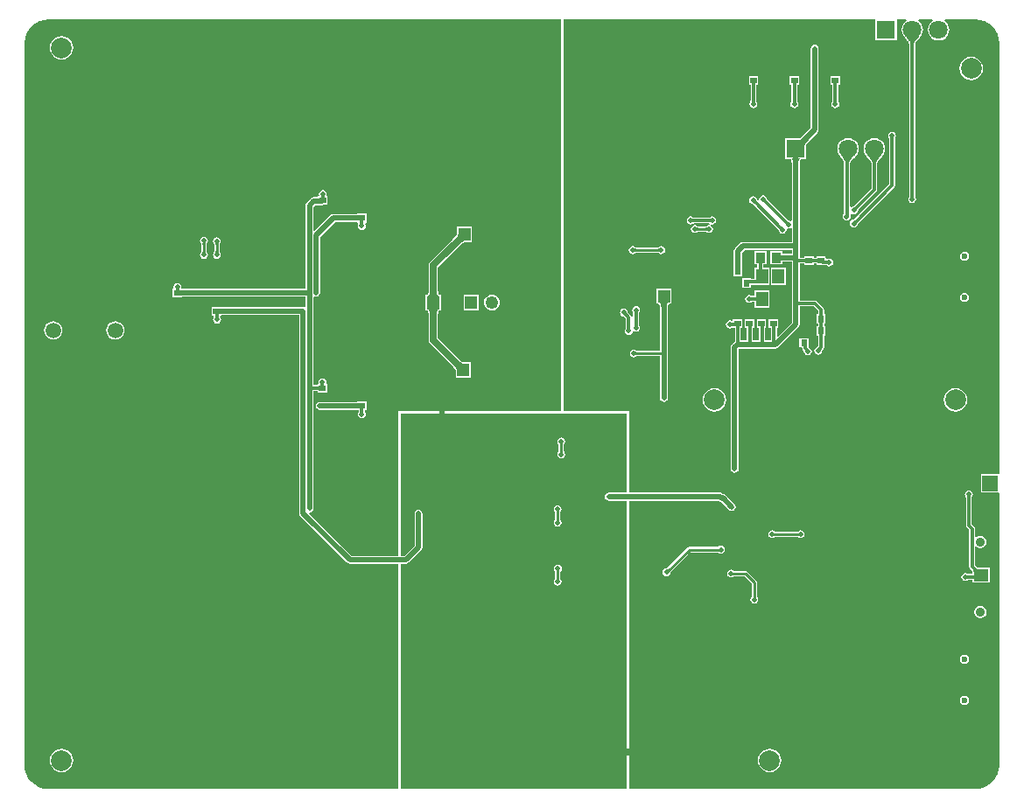
<source format=gbl>
G04*
G04 #@! TF.GenerationSoftware,Altium Limited,Altium Designer,19.0.4 (130)*
G04*
G04 Layer_Physical_Order=2*
G04 Layer_Color=16711680*
%FSLAX25Y25*%
%MOIN*%
G70*
G01*
G75*
%ADD12C,0.01000*%
%ADD16R,0.05787X0.04567*%
%ADD20R,0.02362X0.02559*%
%ADD27R,0.02559X0.02362*%
%ADD29R,0.03661X0.03858*%
%ADD81C,0.02362*%
%ADD86C,0.01200*%
%ADD87C,0.02000*%
%ADD88C,0.02500*%
%ADD90C,0.07874*%
%ADD91C,0.01181*%
%ADD92C,0.05906*%
%ADD93R,0.05906X0.05906*%
%ADD94C,0.07087*%
%ADD95R,0.07087X0.07087*%
%ADD96C,0.03543*%
%ADD97C,0.04921*%
%ADD98R,0.04921X0.04921*%
%ADD99R,0.04921X0.04921*%
%ADD100C,0.01968*%
%ADD101R,0.04528X0.05512*%
G36*
X-8246Y-1180D02*
X-6558Y-1691D01*
X-5004Y-2522D01*
X-3641Y-3641D01*
X-2522Y-5004D01*
X-1691Y-6558D01*
X-1180Y-8246D01*
X-1011Y-9957D01*
X-1020Y-10000D01*
Y-173942D01*
X-1247Y-174347D01*
X-1520Y-174347D01*
X-8153D01*
Y-181253D01*
X-1520D01*
X-1247Y-181253D01*
X-1020Y-181658D01*
Y-284778D01*
X-1020Y-284784D01*
X-1020Y-285276D01*
X-1055Y-285761D01*
X-1180Y-287030D01*
X-1691Y-288717D01*
X-2522Y-290272D01*
X-3641Y-291635D01*
X-5004Y-292753D01*
X-6558Y-293584D01*
X-8246Y-294096D01*
X-9510Y-294221D01*
X-10000Y-294256D01*
X-10000Y-294256D01*
X-10492Y-294256D01*
X-142000D01*
Y-184429D01*
X-107888D01*
X-107736Y-184581D01*
X-107240Y-184913D01*
X-106946Y-184971D01*
X-104077Y-187840D01*
X-103581Y-188172D01*
X-102996Y-188288D01*
X-102411Y-188172D01*
X-101915Y-187840D01*
X-101583Y-187344D01*
X-101467Y-186759D01*
X-101583Y-186173D01*
X-101915Y-185677D01*
X-105373Y-182219D01*
X-105870Y-181887D01*
X-106163Y-181829D01*
X-106173Y-181819D01*
X-106670Y-181487D01*
X-107255Y-181371D01*
X-142000D01*
Y-150300D01*
X-166900Y-150300D01*
X-166900Y-1020D01*
X-48243D01*
Y-8943D01*
X-40157D01*
Y-1020D01*
X-36606D01*
X-36436Y-1520D01*
X-37084Y-2016D01*
X-37732Y-2861D01*
X-38139Y-3844D01*
X-38278Y-4900D01*
X-38139Y-5956D01*
X-37732Y-6939D01*
X-37119Y-7738D01*
X-37106Y-7770D01*
X-36763Y-8128D01*
X-36189Y-8801D01*
X-35968Y-9103D01*
X-35781Y-9392D01*
X-35633Y-9661D01*
X-35523Y-9908D01*
X-35448Y-10132D01*
X-35406Y-10332D01*
X-35390Y-10549D01*
X-35372Y-10585D01*
Y-68021D01*
X-35390Y-68059D01*
X-35385Y-68074D01*
X-35391Y-68088D01*
X-35392Y-68190D01*
X-35399Y-68357D01*
X-35412Y-68473D01*
X-35416Y-68497D01*
X-35417Y-68499D01*
X-35698Y-68921D01*
X-35813Y-69500D01*
X-35698Y-70079D01*
X-35370Y-70570D01*
X-34879Y-70898D01*
X-34300Y-71013D01*
X-33721Y-70898D01*
X-33230Y-70570D01*
X-32902Y-70079D01*
X-32787Y-69500D01*
X-32902Y-68921D01*
X-33082Y-68652D01*
X-33080Y-68640D01*
X-33086Y-68621D01*
X-33108Y-68263D01*
X-33109Y-68167D01*
X-33128Y-68120D01*
Y-10602D01*
X-33110Y-10566D01*
X-33094Y-10346D01*
X-33051Y-10146D01*
X-32976Y-9924D01*
X-32864Y-9680D01*
X-32715Y-9417D01*
X-32528Y-9136D01*
X-32304Y-8844D01*
X-31723Y-8194D01*
X-31375Y-7850D01*
X-31362Y-7819D01*
X-31316Y-7784D01*
X-30668Y-6939D01*
X-30261Y-5956D01*
X-30122Y-4900D01*
X-30261Y-3844D01*
X-30668Y-2861D01*
X-31316Y-2016D01*
X-31964Y-1520D01*
X-31794Y-1020D01*
X-26606D01*
X-26436Y-1520D01*
X-27084Y-2016D01*
X-27732Y-2861D01*
X-28139Y-3844D01*
X-28278Y-4900D01*
X-28139Y-5956D01*
X-27732Y-6939D01*
X-27084Y-7784D01*
X-26239Y-8432D01*
X-25256Y-8839D01*
X-24200Y-8978D01*
X-23144Y-8839D01*
X-22161Y-8432D01*
X-21316Y-7784D01*
X-20668Y-6939D01*
X-20261Y-5956D01*
X-20122Y-4900D01*
X-20261Y-3844D01*
X-20668Y-2861D01*
X-21316Y-2016D01*
X-21964Y-1520D01*
X-21794Y-1020D01*
X-10000D01*
X-9957Y-1011D01*
X-8246Y-1180D01*
D02*
G37*
G36*
X-31756Y-7465D02*
X-32116Y-7821D01*
X-32722Y-8499D01*
X-32968Y-8821D01*
X-33176Y-9133D01*
X-33347Y-9434D01*
X-33479Y-9723D01*
X-33574Y-10002D01*
X-33631Y-10270D01*
X-33650Y-10526D01*
X-34850Y-10509D01*
X-34869Y-10256D01*
X-34925Y-9990D01*
X-35018Y-9711D01*
X-35149Y-9419D01*
X-35316Y-9114D01*
X-35522Y-8796D01*
X-35764Y-8466D01*
X-36361Y-7765D01*
X-36716Y-7395D01*
X-31756Y-7465D01*
D02*
G37*
G36*
X-363300Y-1020D02*
X-167920D01*
X-167920Y-149379D01*
Y-149806D01*
X-168417Y-150306D01*
X-229982Y-150306D01*
Y-205471D01*
X-247838D01*
X-263891Y-189418D01*
X-263853Y-189214D01*
X-263694Y-188908D01*
X-263215Y-188813D01*
X-262719Y-188481D01*
X-262387Y-187985D01*
X-262271Y-187400D01*
Y-142622D01*
X-260676D01*
Y-143340D01*
X-257117D01*
Y-139978D01*
X-257117D01*
X-257437Y-139478D01*
X-257383Y-139204D01*
X-257498Y-138625D01*
X-257826Y-138134D01*
X-258317Y-137806D01*
X-258896Y-137691D01*
X-259475Y-137806D01*
X-259966Y-138134D01*
X-260294Y-138625D01*
X-260409Y-139204D01*
X-260355Y-139478D01*
X-260676Y-139978D01*
X-260676D01*
X-260915Y-140378D01*
X-262271D01*
Y-106811D01*
X-261771Y-106536D01*
X-261300Y-106629D01*
X-260715Y-106513D01*
X-260219Y-106181D01*
X-259887Y-105685D01*
X-259771Y-105100D01*
Y-83912D01*
X-254135Y-78276D01*
X-245676D01*
Y-78428D01*
X-245435D01*
X-245168Y-78928D01*
X-245294Y-79117D01*
X-245409Y-79696D01*
X-245294Y-80275D01*
X-244966Y-80766D01*
X-244475Y-81094D01*
X-243896Y-81209D01*
X-243317Y-81094D01*
X-242826Y-80766D01*
X-242498Y-80275D01*
X-242383Y-79696D01*
X-242498Y-79117D01*
X-242624Y-78928D01*
X-242357Y-78428D01*
X-242116D01*
Y-75065D01*
X-245676D01*
Y-75217D01*
X-254768D01*
X-255354Y-75333D01*
X-255850Y-75665D01*
X-261809Y-81624D01*
X-262271Y-81432D01*
Y-72487D01*
X-261566Y-71783D01*
X-258881D01*
X-258733Y-71753D01*
X-256921D01*
Y-68391D01*
X-256921D01*
X-257247Y-67891D01*
X-257187Y-67590D01*
X-257302Y-67011D01*
X-257630Y-66520D01*
X-258121Y-66192D01*
X-258700Y-66076D01*
X-259279Y-66192D01*
X-259770Y-66520D01*
X-260098Y-67011D01*
X-260213Y-67590D01*
X-260153Y-67891D01*
X-260479Y-68391D01*
X-260479D01*
X-260842Y-68724D01*
X-262200D01*
X-262785Y-68840D01*
X-263281Y-69172D01*
X-264881Y-70772D01*
X-265213Y-71268D01*
X-265329Y-71854D01*
Y-103651D01*
X-312261D01*
X-312637Y-103151D01*
X-312587Y-102900D01*
X-312702Y-102321D01*
X-313030Y-101830D01*
X-313521Y-101502D01*
X-314100Y-101387D01*
X-314679Y-101502D01*
X-315170Y-101830D01*
X-315498Y-102321D01*
X-315613Y-102900D01*
X-315559Y-103172D01*
X-315880Y-103672D01*
X-315880D01*
Y-107035D01*
X-312320D01*
Y-106710D01*
X-265329D01*
Y-110499D01*
X-265639Y-110665D01*
X-265829Y-110721D01*
X-266354Y-110617D01*
X-297421D01*
Y-110465D01*
X-300979D01*
Y-113828D01*
X-300221D01*
Y-114553D01*
X-300398Y-114817D01*
X-300513Y-115396D01*
X-300398Y-115975D01*
X-300070Y-116466D01*
X-299579Y-116794D01*
X-299000Y-116909D01*
X-298421Y-116794D01*
X-297930Y-116466D01*
X-297602Y-115975D01*
X-297487Y-115396D01*
X-297602Y-114817D01*
X-297930Y-114326D01*
X-297936Y-114189D01*
X-297591Y-113828D01*
X-297421D01*
Y-113676D01*
X-267829D01*
Y-148300D01*
Y-189172D01*
X-267713Y-189757D01*
X-267381Y-190253D01*
X-249553Y-208081D01*
X-249057Y-208413D01*
X-248472Y-208529D01*
X-229982D01*
Y-294256D01*
X-362902D01*
X-362908Y-294256D01*
X-363400Y-294256D01*
X-363885Y-294221D01*
X-365155Y-294096D01*
X-366842Y-293584D01*
X-368396Y-292753D01*
X-369759Y-291635D01*
X-370878Y-290272D01*
X-371709Y-288717D01*
X-372220Y-287030D01*
X-372345Y-285761D01*
X-372380Y-285276D01*
X-372380D01*
X-372180Y-216003D01*
X-372181Y-216002D01*
X-372180Y-216000D01*
Y-31900D01*
X-372181Y-31898D01*
X-372180Y-31895D01*
X-372280Y-9995D01*
X-372289Y-9954D01*
X-372120Y-8246D01*
X-371609Y-6558D01*
X-370778Y-5004D01*
X-369659Y-3641D01*
X-368296Y-2522D01*
X-366742Y-1691D01*
X-365054Y-1180D01*
X-363343Y-1011D01*
X-363300Y-1020D01*
D02*
G37*
G36*
X-33650Y-68170D02*
X-33649Y-68282D01*
X-33623Y-68689D01*
X-33614Y-68740D01*
X-33603Y-68781D01*
X-33590Y-68812D01*
X-33576Y-68833D01*
X-34952Y-68763D01*
X-34933Y-68740D01*
X-34916Y-68707D01*
X-34900Y-68665D01*
X-34887Y-68612D01*
X-34876Y-68550D01*
X-34859Y-68397D01*
X-34851Y-68204D01*
X-34850Y-68093D01*
X-33650Y-68170D01*
D02*
G37*
G36*
X-167290Y-151242D02*
X-166900Y-151320D01*
X-143020Y-151320D01*
Y-181371D01*
X-149800D01*
X-150385Y-181487D01*
X-150881Y-181819D01*
X-151213Y-182315D01*
X-151329Y-182900D01*
X-151213Y-183485D01*
X-150881Y-183981D01*
X-150385Y-184313D01*
X-149800Y-184429D01*
X-143020D01*
Y-294256D01*
X-228963D01*
Y-208529D01*
X-227100D01*
X-226515Y-208413D01*
X-226019Y-208081D01*
X-221219Y-203281D01*
X-220887Y-202785D01*
X-220771Y-202200D01*
Y-189400D01*
X-220887Y-188815D01*
X-221219Y-188319D01*
X-221715Y-187987D01*
X-222300Y-187871D01*
X-222885Y-187987D01*
X-223381Y-188319D01*
X-223713Y-188815D01*
X-223829Y-189400D01*
Y-201567D01*
X-227733Y-205471D01*
X-228963D01*
Y-151326D01*
X-168417Y-151326D01*
X-168416Y-151326D01*
X-168414Y-151326D01*
X-168221Y-151287D01*
X-168027Y-151248D01*
X-168026Y-151248D01*
X-168024Y-151247D01*
X-167663Y-151045D01*
X-167290Y-151242D01*
D02*
G37*
%LPC*%
G36*
X-11811Y-15210D02*
X-12969Y-15362D01*
X-14049Y-15809D01*
X-14976Y-16521D01*
X-15687Y-17447D01*
X-16134Y-18527D01*
X-16286Y-19685D01*
X-16134Y-20843D01*
X-15687Y-21923D01*
X-14976Y-22850D01*
X-14049Y-23561D01*
X-12969Y-24008D01*
X-11811Y-24160D01*
X-10653Y-24008D01*
X-9573Y-23561D01*
X-8647Y-22850D01*
X-7935Y-21923D01*
X-7488Y-20843D01*
X-7336Y-19685D01*
X-7488Y-18527D01*
X-7935Y-17447D01*
X-8647Y-16521D01*
X-9573Y-15809D01*
X-10653Y-15362D01*
X-11811Y-15210D01*
D02*
G37*
G36*
X-61737Y-22693D02*
X-65296D01*
Y-26055D01*
X-64638D01*
Y-31862D01*
X-64658Y-31908D01*
X-64658Y-32012D01*
X-64665Y-32182D01*
X-64676Y-32302D01*
X-64680Y-32331D01*
X-64683Y-32343D01*
X-64689Y-32362D01*
X-64689Y-32366D01*
X-64915Y-32704D01*
X-65030Y-33283D01*
X-64915Y-33863D01*
X-64587Y-34354D01*
X-64096Y-34682D01*
X-63516Y-34797D01*
X-62937Y-34682D01*
X-62446Y-34354D01*
X-62118Y-33863D01*
X-62003Y-33283D01*
X-62118Y-32704D01*
X-62344Y-32367D01*
X-62344Y-32363D01*
X-62350Y-32343D01*
X-62352Y-32331D01*
X-62356Y-32311D01*
X-62375Y-32005D01*
X-62375Y-31909D01*
X-62395Y-31862D01*
Y-26055D01*
X-61737D01*
Y-22693D01*
D02*
G37*
G36*
X-92920D02*
X-96479D01*
Y-26055D01*
X-95821D01*
Y-31878D01*
X-95841Y-31925D01*
X-95842Y-32028D01*
X-95848Y-32198D01*
X-95859Y-32319D01*
X-95864Y-32347D01*
X-95867Y-32359D01*
X-95873Y-32379D01*
X-95872Y-32383D01*
X-96098Y-32721D01*
X-96213Y-33300D01*
X-96098Y-33879D01*
X-95770Y-34370D01*
X-95279Y-34698D01*
X-94700Y-34813D01*
X-94121Y-34698D01*
X-93630Y-34370D01*
X-93302Y-33879D01*
X-93187Y-33300D01*
X-93302Y-32721D01*
X-93527Y-32383D01*
X-93527Y-32379D01*
X-93533Y-32360D01*
X-93536Y-32348D01*
X-93539Y-32327D01*
X-93558Y-32022D01*
X-93559Y-31925D01*
X-93578Y-31879D01*
Y-26055D01*
X-92920D01*
Y-22693D01*
D02*
G37*
G36*
X-77337Y-22693D02*
X-80896D01*
Y-26055D01*
X-80238D01*
Y-31895D01*
X-80258Y-31941D01*
X-80258Y-32045D01*
X-80265Y-32215D01*
X-80276Y-32336D01*
X-80280Y-32364D01*
X-80283Y-32376D01*
X-80289Y-32395D01*
X-80289Y-32399D01*
X-80515Y-32737D01*
X-80630Y-33316D01*
X-80515Y-33896D01*
X-80187Y-34387D01*
X-79696Y-34715D01*
X-79116Y-34830D01*
X-78537Y-34715D01*
X-78047Y-34387D01*
X-77718Y-33896D01*
X-77603Y-33316D01*
X-77718Y-32737D01*
X-77944Y-32400D01*
X-77944Y-32396D01*
X-77950Y-32376D01*
X-77952Y-32364D01*
X-77956Y-32344D01*
X-77974Y-32038D01*
X-77975Y-31942D01*
X-77995Y-31895D01*
Y-26055D01*
X-77337D01*
Y-22693D01*
D02*
G37*
G36*
X-71400Y-10571D02*
X-71985Y-10687D01*
X-72481Y-11019D01*
X-72813Y-11515D01*
X-72929Y-12100D01*
Y-42397D01*
X-75481Y-44949D01*
X-75506Y-44958D01*
X-76286Y-45682D01*
X-76611Y-45943D01*
X-76902Y-46147D01*
X-77094Y-46257D01*
X-77925D01*
X-77966Y-46240D01*
X-78008Y-46257D01*
X-78008D01*
X-78052Y-46246D01*
X-78069Y-46257D01*
X-82713D01*
Y-54343D01*
X-80705D01*
X-80657Y-54369D01*
X-80530Y-54383D01*
X-80484Y-54399D01*
X-80443Y-54426D01*
X-80393Y-54480D01*
X-80335Y-54576D01*
X-80274Y-54725D01*
X-80220Y-54926D01*
X-80177Y-55180D01*
X-80151Y-55482D01*
X-80141Y-55845D01*
X-80129Y-55872D01*
Y-77662D01*
X-80629Y-77930D01*
X-80821Y-77802D01*
X-81219Y-77723D01*
X-81222Y-77719D01*
X-81240Y-77710D01*
X-81251Y-77703D01*
X-81267Y-77691D01*
X-81497Y-77489D01*
X-81565Y-77421D01*
X-81612Y-77402D01*
X-89202Y-69812D01*
X-89221Y-69765D01*
X-89293Y-69692D01*
X-89409Y-69567D01*
X-89486Y-69474D01*
X-89503Y-69451D01*
X-89510Y-69440D01*
X-89519Y-69422D01*
X-89523Y-69419D01*
X-89602Y-69021D01*
X-89930Y-68530D01*
X-90421Y-68202D01*
X-91000Y-68087D01*
X-91579Y-68202D01*
X-92070Y-68530D01*
X-92398Y-69021D01*
X-92513Y-69600D01*
X-92932Y-70056D01*
X-93015Y-70065D01*
X-93088Y-69992D01*
X-93203Y-69867D01*
X-93281Y-69774D01*
X-93298Y-69751D01*
X-93305Y-69740D01*
X-93314Y-69722D01*
X-93317Y-69719D01*
X-93396Y-69321D01*
X-93724Y-68830D01*
X-94215Y-68502D01*
X-94794Y-68387D01*
X-95374Y-68502D01*
X-95865Y-68830D01*
X-96193Y-69321D01*
X-96308Y-69900D01*
X-96193Y-70479D01*
X-95865Y-70970D01*
X-95374Y-71298D01*
X-94975Y-71377D01*
X-94973Y-71381D01*
X-94955Y-71390D01*
X-94944Y-71397D01*
X-94928Y-71409D01*
X-94698Y-71611D01*
X-94629Y-71679D01*
X-94582Y-71698D01*
X-85398Y-80882D01*
X-85379Y-80929D01*
X-85307Y-81003D01*
X-85191Y-81127D01*
X-85114Y-81221D01*
X-85097Y-81244D01*
X-85090Y-81254D01*
X-85081Y-81273D01*
X-85077Y-81275D01*
X-84998Y-81674D01*
X-84670Y-82165D01*
X-84179Y-82493D01*
X-83600Y-82608D01*
X-83021Y-82493D01*
X-82530Y-82165D01*
X-82202Y-81674D01*
X-82087Y-81094D01*
X-82090Y-81080D01*
X-81663Y-80661D01*
X-81400Y-80713D01*
X-80821Y-80598D01*
X-80629Y-80470D01*
X-80129Y-80738D01*
Y-85771D01*
X-98784D01*
X-99370Y-85887D01*
X-99866Y-86219D01*
X-101766Y-88119D01*
X-102097Y-88615D01*
X-102214Y-89200D01*
Y-90727D01*
X-102392D01*
Y-94286D01*
X-102214D01*
Y-95227D01*
X-102365D01*
Y-98786D01*
X-99003D01*
Y-95227D01*
X-99155D01*
Y-94286D01*
X-99030D01*
Y-90727D01*
X-99155D01*
Y-89833D01*
X-98151Y-88829D01*
X-80129D01*
Y-90271D01*
X-83676D01*
Y-89377D01*
X-88337D01*
Y-94235D01*
X-83676D01*
Y-93329D01*
X-80129D01*
Y-109300D01*
Y-116679D01*
X-85316Y-121866D01*
X-85778Y-121674D01*
Y-118719D01*
X-85358D01*
Y-115357D01*
X-88917D01*
Y-118719D01*
X-88022D01*
Y-123371D01*
X-90378D01*
Y-118719D01*
X-89880D01*
Y-115357D01*
X-93439D01*
Y-118719D01*
X-92622D01*
Y-123371D01*
X-94978D01*
Y-118719D01*
X-94431D01*
Y-115357D01*
X-97990D01*
Y-118719D01*
X-97222D01*
Y-123371D01*
X-99563D01*
Y-118719D01*
X-98958D01*
Y-115357D01*
X-102517D01*
Y-115622D01*
X-102750Y-115856D01*
X-103017Y-115936D01*
X-103121Y-115866D01*
X-103700Y-115751D01*
X-104279Y-115866D01*
X-104770Y-116194D01*
X-105098Y-116685D01*
X-105213Y-117265D01*
X-105098Y-117844D01*
X-104770Y-118335D01*
X-104279Y-118663D01*
X-103700Y-118778D01*
X-103121Y-118663D01*
X-103017Y-118594D01*
X-102517Y-118719D01*
Y-118719D01*
X-101806D01*
Y-123859D01*
X-102937Y-124990D01*
X-103269Y-125486D01*
X-103385Y-126072D01*
Y-172250D01*
X-103269Y-172835D01*
X-102937Y-173331D01*
X-102441Y-173663D01*
X-101856Y-173779D01*
X-101271Y-173663D01*
X-100774Y-173331D01*
X-100443Y-172835D01*
X-100326Y-172250D01*
Y-126705D01*
X-100051Y-126429D01*
X-86188D01*
X-85603Y-126313D01*
X-85106Y-125981D01*
X-77519Y-118394D01*
X-77187Y-117897D01*
X-77071Y-117312D01*
Y-110422D01*
X-71736D01*
X-69993Y-112165D01*
Y-113393D01*
X-70553D01*
Y-116952D01*
X-69993D01*
Y-117920D01*
X-70553D01*
Y-121479D01*
X-69993D01*
Y-125443D01*
X-70065Y-125515D01*
X-70111Y-125534D01*
X-70258Y-125678D01*
X-70418Y-125827D01*
X-70472Y-125873D01*
X-70473Y-125873D01*
X-70473Y-125873D01*
X-70474Y-125874D01*
X-70490Y-125886D01*
X-70491Y-125888D01*
X-70653Y-125920D01*
X-71144Y-126248D01*
X-71472Y-126739D01*
X-71587Y-127318D01*
X-71472Y-127897D01*
X-71144Y-128388D01*
X-70653Y-128716D01*
X-70074Y-128831D01*
X-69495Y-128716D01*
X-69004Y-128388D01*
X-68676Y-127897D01*
X-68561Y-127318D01*
X-68573Y-127255D01*
X-68572Y-127252D01*
X-68553Y-127226D01*
X-68398Y-127049D01*
X-68331Y-126981D01*
X-68313Y-126935D01*
X-68310Y-126932D01*
X-68270Y-126906D01*
X-68266Y-126888D01*
X-68079Y-126701D01*
X-68079Y-126701D01*
X-67835Y-126337D01*
X-67750Y-125908D01*
X-67750Y-125908D01*
Y-121479D01*
X-67190D01*
Y-117920D01*
X-67750D01*
Y-116952D01*
X-67190D01*
Y-113393D01*
X-67750D01*
Y-111700D01*
X-67835Y-111271D01*
X-68079Y-110907D01*
X-68079Y-110907D01*
X-70479Y-108507D01*
X-70842Y-108264D01*
X-71272Y-108178D01*
X-71272Y-108178D01*
X-77071D01*
Y-94055D01*
X-75367D01*
Y-94614D01*
X-71808D01*
Y-94055D01*
X-70817D01*
Y-94614D01*
X-68490D01*
X-68475Y-94617D01*
X-67440D01*
X-67425Y-94627D01*
X-67378Y-94617D01*
X-67335Y-94636D01*
X-67140Y-94641D01*
X-67003Y-94653D01*
X-66966Y-94658D01*
X-66963Y-94659D01*
X-66928Y-94713D01*
X-66437Y-95041D01*
X-65857Y-95156D01*
X-65278Y-95041D01*
X-64787Y-94713D01*
X-64459Y-94222D01*
X-64344Y-93642D01*
X-64459Y-93063D01*
X-64787Y-92572D01*
X-65278Y-92244D01*
X-65857Y-92129D01*
X-66437Y-92244D01*
X-66561Y-92327D01*
X-66758Y-92339D01*
X-67207Y-92006D01*
X-67231Y-91968D01*
X-67258Y-91893D01*
Y-91252D01*
X-70817D01*
Y-91812D01*
X-71808D01*
Y-91252D01*
X-75367D01*
Y-91812D01*
X-77071D01*
Y-87200D01*
Y-55872D01*
X-77059Y-55845D01*
X-77049Y-55482D01*
X-77023Y-55180D01*
X-76981Y-54926D01*
X-76926Y-54725D01*
X-76866Y-54576D01*
X-76806Y-54480D01*
X-76757Y-54426D01*
X-76716Y-54399D01*
X-76670Y-54383D01*
X-76543Y-54369D01*
X-76495Y-54343D01*
X-74626D01*
Y-49700D01*
X-74616Y-49683D01*
X-74626Y-49639D01*
Y-49639D01*
X-74609Y-49597D01*
X-74626Y-49556D01*
Y-48724D01*
X-74516Y-48533D01*
X-74316Y-48247D01*
X-73719Y-47543D01*
X-73334Y-47145D01*
X-73324Y-47117D01*
X-70319Y-44112D01*
X-69987Y-43616D01*
X-69871Y-43031D01*
Y-12100D01*
X-69987Y-11515D01*
X-70319Y-11019D01*
X-70815Y-10687D01*
X-71400Y-10571D01*
D02*
G37*
G36*
X-48669Y-46222D02*
X-49725Y-46361D01*
X-50708Y-46768D01*
X-51553Y-47416D01*
X-52201Y-48261D01*
X-52609Y-49244D01*
X-52747Y-50300D01*
X-52609Y-51355D01*
X-52201Y-52339D01*
X-51553Y-53184D01*
X-51543Y-53192D01*
X-51535Y-53210D01*
X-51189Y-53561D01*
X-50612Y-54223D01*
X-50389Y-54520D01*
X-50202Y-54805D01*
X-50054Y-55071D01*
X-49943Y-55316D01*
X-49867Y-55539D01*
X-49825Y-55739D01*
X-49809Y-55958D01*
X-49791Y-55994D01*
Y-65405D01*
X-56288Y-71902D01*
X-56335Y-71921D01*
X-56408Y-71993D01*
X-56533Y-72109D01*
X-56626Y-72186D01*
X-56649Y-72203D01*
X-56660Y-72210D01*
X-56678Y-72219D01*
X-56681Y-72223D01*
X-57079Y-72302D01*
X-57431Y-72537D01*
X-57882Y-72359D01*
X-57931Y-72316D01*
Y-56052D01*
X-57915Y-56022D01*
X-57918Y-56012D01*
X-57913Y-56003D01*
X-57896Y-55774D01*
X-57853Y-55573D01*
X-57776Y-55359D01*
X-57663Y-55130D01*
X-57512Y-54887D01*
X-57321Y-54632D01*
X-57093Y-54371D01*
X-56494Y-53798D01*
X-56134Y-53502D01*
X-56088Y-53416D01*
X-55786Y-53184D01*
X-55137Y-52339D01*
X-54730Y-51355D01*
X-54591Y-50300D01*
X-54730Y-49244D01*
X-55137Y-48261D01*
X-55786Y-47416D01*
X-56630Y-46768D01*
X-57614Y-46361D01*
X-58669Y-46222D01*
X-59725Y-46361D01*
X-60708Y-46768D01*
X-61553Y-47416D01*
X-62201Y-48261D01*
X-62608Y-49244D01*
X-62748Y-50300D01*
X-62608Y-51355D01*
X-62201Y-52339D01*
X-61862Y-52781D01*
X-61832Y-52885D01*
X-61831Y-52886D01*
Y-52886D01*
X-61831Y-52886D01*
X-61504Y-53296D01*
X-61219Y-53676D01*
X-60746Y-54385D01*
X-60570Y-54693D01*
X-60427Y-54980D01*
X-60320Y-55240D01*
X-60248Y-55469D01*
X-60208Y-55666D01*
X-60193Y-55870D01*
X-60175Y-55906D01*
Y-74518D01*
X-60184Y-74533D01*
X-60175Y-74579D01*
X-60194Y-74623D01*
X-60199Y-74818D01*
X-60210Y-74955D01*
X-60216Y-74991D01*
X-60217Y-74994D01*
X-60270Y-75030D01*
X-60598Y-75521D01*
X-60713Y-76100D01*
X-60598Y-76679D01*
X-60270Y-77170D01*
X-59779Y-77498D01*
X-59200Y-77613D01*
X-58621Y-77498D01*
X-58130Y-77170D01*
X-57802Y-76679D01*
X-57687Y-76100D01*
X-57802Y-75521D01*
X-57736Y-75223D01*
X-57206Y-75014D01*
X-57079Y-75098D01*
X-56500Y-75213D01*
X-55921Y-75098D01*
X-55430Y-74770D01*
X-55102Y-74279D01*
X-55023Y-73881D01*
X-55019Y-73878D01*
X-55010Y-73860D01*
X-55003Y-73849D01*
X-54991Y-73833D01*
X-54789Y-73603D01*
X-54721Y-73535D01*
X-54702Y-73488D01*
X-47876Y-66662D01*
X-47876Y-66662D01*
X-47633Y-66299D01*
X-47548Y-65869D01*
X-47548Y-65869D01*
Y-55994D01*
X-47530Y-55958D01*
X-47513Y-55739D01*
X-47471Y-55539D01*
X-47396Y-55316D01*
X-47285Y-55071D01*
X-47136Y-54805D01*
X-46949Y-54520D01*
X-46727Y-54223D01*
X-46149Y-53561D01*
X-45803Y-53210D01*
X-45796Y-53192D01*
X-45785Y-53184D01*
X-45137Y-52339D01*
X-44730Y-51355D01*
X-44591Y-50300D01*
X-44730Y-49244D01*
X-45137Y-48261D01*
X-45785Y-47416D01*
X-46630Y-46768D01*
X-47614Y-46361D01*
X-48669Y-46222D01*
D02*
G37*
G36*
X-110500Y-76087D02*
X-111079Y-76202D01*
X-111417Y-76428D01*
X-111421Y-76427D01*
X-111440Y-76433D01*
X-111453Y-76436D01*
X-111473Y-76439D01*
X-111778Y-76458D01*
X-111875Y-76459D01*
X-111921Y-76478D01*
X-117179D01*
X-117225Y-76459D01*
X-117328Y-76458D01*
X-117498Y-76452D01*
X-117619Y-76441D01*
X-117647Y-76436D01*
X-117660Y-76433D01*
X-117679Y-76427D01*
X-117683Y-76428D01*
X-118021Y-76202D01*
X-118600Y-76087D01*
X-119179Y-76202D01*
X-119670Y-76530D01*
X-119998Y-77021D01*
X-120113Y-77600D01*
X-119998Y-78179D01*
X-119670Y-78670D01*
X-119179Y-78998D01*
X-118600Y-79113D01*
X-118021Y-78998D01*
X-117683Y-78772D01*
X-117679Y-78773D01*
X-117660Y-78767D01*
X-117647Y-78764D01*
X-117627Y-78761D01*
X-117322Y-78742D01*
X-117225Y-78741D01*
X-117179Y-78722D01*
X-111921D01*
X-111875Y-78741D01*
X-111772Y-78742D01*
X-111602Y-78748D01*
X-111481Y-78759D01*
X-111480Y-78760D01*
X-111328Y-78886D01*
X-111284Y-78940D01*
X-111557Y-79395D01*
X-111600Y-79387D01*
X-112179Y-79502D01*
X-112604Y-79786D01*
X-112628Y-79794D01*
X-112645Y-79797D01*
X-112652Y-79802D01*
X-112661Y-79805D01*
X-112671Y-79814D01*
X-112686Y-79820D01*
X-112715Y-79828D01*
X-112757Y-79838D01*
X-112804Y-79845D01*
X-112958Y-79857D01*
X-113048Y-79859D01*
X-113097Y-79880D01*
X-115495D01*
X-115542Y-79859D01*
X-115729Y-79852D01*
X-115789Y-79846D01*
X-115843Y-79838D01*
X-115885Y-79828D01*
X-115914Y-79820D01*
X-115929Y-79814D01*
X-115939Y-79805D01*
X-115948Y-79802D01*
X-115955Y-79797D01*
X-115972Y-79794D01*
X-115996Y-79786D01*
X-116421Y-79502D01*
X-117000Y-79387D01*
X-117579Y-79502D01*
X-118070Y-79830D01*
X-118398Y-80321D01*
X-118513Y-80900D01*
X-118398Y-81479D01*
X-118070Y-81970D01*
X-117579Y-82298D01*
X-117000Y-82413D01*
X-116421Y-82298D01*
X-115996Y-82014D01*
X-115972Y-82006D01*
X-115955Y-82003D01*
X-115948Y-81998D01*
X-115939Y-81995D01*
X-115929Y-81986D01*
X-115914Y-81980D01*
X-115885Y-81972D01*
X-115843Y-81962D01*
X-115796Y-81955D01*
X-115642Y-81943D01*
X-115552Y-81941D01*
X-115503Y-81920D01*
X-113105D01*
X-113058Y-81941D01*
X-112871Y-81948D01*
X-112811Y-81954D01*
X-112757Y-81962D01*
X-112715Y-81972D01*
X-112686Y-81980D01*
X-112671Y-81986D01*
X-112661Y-81995D01*
X-112652Y-81998D01*
X-112645Y-82003D01*
X-112628Y-82006D01*
X-112604Y-82014D01*
X-112179Y-82298D01*
X-111600Y-82413D01*
X-111021Y-82298D01*
X-110530Y-81970D01*
X-110202Y-81479D01*
X-110087Y-80900D01*
X-110202Y-80321D01*
X-110530Y-79830D01*
X-110928Y-79563D01*
X-110996Y-79415D01*
X-110908Y-79112D01*
X-110662Y-79081D01*
X-110886Y-79037D01*
D01*
X-110500Y-79113D01*
X-109921Y-78998D01*
X-109430Y-78670D01*
X-109102Y-78179D01*
X-108987Y-77600D01*
X-109102Y-77021D01*
X-109430Y-76530D01*
X-109921Y-76202D01*
X-110500Y-76087D01*
D02*
G37*
G36*
X-41900Y-43887D02*
X-42479Y-44002D01*
X-42970Y-44330D01*
X-43298Y-44821D01*
X-43413Y-45400D01*
X-43298Y-45979D01*
X-43073Y-46317D01*
X-43073Y-46321D01*
X-43067Y-46340D01*
X-43064Y-46353D01*
X-43061Y-46373D01*
X-43042Y-46678D01*
X-43041Y-46775D01*
X-43022Y-46821D01*
Y-63735D01*
X-56288Y-77002D01*
X-56335Y-77021D01*
X-56408Y-77093D01*
X-56533Y-77209D01*
X-56626Y-77286D01*
X-56649Y-77303D01*
X-56660Y-77310D01*
X-56678Y-77319D01*
X-56681Y-77323D01*
X-57079Y-77402D01*
X-57570Y-77730D01*
X-57898Y-78221D01*
X-58013Y-78800D01*
X-57898Y-79379D01*
X-57570Y-79870D01*
X-57079Y-80198D01*
X-56500Y-80313D01*
X-55921Y-80198D01*
X-55430Y-79870D01*
X-55102Y-79379D01*
X-55023Y-78981D01*
X-55019Y-78978D01*
X-55010Y-78960D01*
X-55003Y-78949D01*
X-54991Y-78933D01*
X-54789Y-78703D01*
X-54721Y-78635D01*
X-54702Y-78588D01*
X-41107Y-64993D01*
X-41107Y-64993D01*
X-40864Y-64629D01*
X-40778Y-64200D01*
X-40778Y-64200D01*
Y-46821D01*
X-40759Y-46775D01*
X-40758Y-46672D01*
X-40752Y-46502D01*
X-40740Y-46381D01*
X-40736Y-46353D01*
X-40733Y-46340D01*
X-40727Y-46321D01*
X-40727Y-46317D01*
X-40502Y-45979D01*
X-40387Y-45400D01*
X-40502Y-44821D01*
X-40830Y-44330D01*
X-41321Y-44002D01*
X-41900Y-43887D01*
D02*
G37*
G36*
X-129873Y-87414D02*
X-130452Y-87529D01*
X-130877Y-87812D01*
X-130901Y-87821D01*
X-130918Y-87824D01*
X-130925Y-87829D01*
X-130934Y-87832D01*
X-130944Y-87841D01*
X-130959Y-87847D01*
X-130988Y-87855D01*
X-131030Y-87865D01*
X-131078Y-87872D01*
X-131231Y-87884D01*
X-131321Y-87886D01*
X-131371Y-87907D01*
X-139222D01*
X-139269Y-87886D01*
X-139456Y-87879D01*
X-139516Y-87873D01*
X-139570Y-87865D01*
X-139612Y-87855D01*
X-139641Y-87847D01*
X-139656Y-87841D01*
X-139666Y-87832D01*
X-139675Y-87829D01*
X-139682Y-87824D01*
X-139699Y-87821D01*
X-139723Y-87812D01*
X-140148Y-87529D01*
X-140727Y-87414D01*
X-141306Y-87529D01*
X-141797Y-87857D01*
X-142125Y-88348D01*
X-142240Y-88927D01*
X-142125Y-89506D01*
X-141797Y-89997D01*
X-141306Y-90325D01*
X-140727Y-90440D01*
X-140148Y-90325D01*
X-139723Y-90041D01*
X-139699Y-90033D01*
X-139682Y-90030D01*
X-139675Y-90025D01*
X-139666Y-90022D01*
X-139656Y-90013D01*
X-139641Y-90007D01*
X-139612Y-89998D01*
X-139570Y-89989D01*
X-139523Y-89982D01*
X-139369Y-89969D01*
X-139279Y-89968D01*
X-139229Y-89946D01*
X-131378D01*
X-131331Y-89968D01*
X-131144Y-89974D01*
X-131084Y-89981D01*
X-131030Y-89989D01*
X-130988Y-89998D01*
X-130959Y-90007D01*
X-130944Y-90013D01*
X-130934Y-90022D01*
X-130925Y-90025D01*
X-130918Y-90030D01*
X-130901Y-90033D01*
X-130877Y-90041D01*
X-130452Y-90325D01*
X-129873Y-90440D01*
X-129294Y-90325D01*
X-128803Y-89997D01*
X-128475Y-89506D01*
X-128360Y-88927D01*
X-128475Y-88348D01*
X-128803Y-87857D01*
X-129294Y-87529D01*
X-129873Y-87414D01*
D02*
G37*
G36*
X-14263Y-89521D02*
X-14919Y-89652D01*
X-15475Y-90023D01*
X-15846Y-90579D01*
X-15977Y-91235D01*
X-15846Y-91891D01*
X-15475Y-92447D01*
X-14919Y-92819D01*
X-14263Y-92949D01*
X-13607Y-92819D01*
X-13051Y-92447D01*
X-12679Y-91891D01*
X-12549Y-91235D01*
X-12679Y-90579D01*
X-13051Y-90023D01*
X-13607Y-89652D01*
X-14263Y-89521D01*
D02*
G37*
G36*
X-89739Y-89377D02*
X-94400D01*
Y-94235D01*
X-93191D01*
Y-95620D01*
X-94245D01*
Y-99910D01*
X-95683D01*
Y-99727D01*
X-99046D01*
Y-103286D01*
X-95683D01*
Y-102153D01*
X-93145D01*
X-93145Y-102153D01*
X-93037Y-102131D01*
X-88717D01*
Y-95620D01*
X-90948D01*
Y-94235D01*
X-89739D01*
Y-89377D01*
D02*
G37*
G36*
X-82418Y-95620D02*
X-87946D01*
Y-102131D01*
X-82418D01*
Y-95620D01*
D02*
G37*
G36*
X-88717Y-104281D02*
X-94245D01*
Y-106415D01*
X-94979D01*
X-95025Y-106396D01*
X-95128Y-106395D01*
X-95298Y-106389D01*
X-95419Y-106377D01*
X-95447Y-106373D01*
X-95460Y-106370D01*
X-95479Y-106364D01*
X-95483Y-106365D01*
X-95821Y-106139D01*
X-96400Y-106024D01*
X-96979Y-106139D01*
X-97470Y-106467D01*
X-97798Y-106958D01*
X-97913Y-107537D01*
X-97798Y-108116D01*
X-97470Y-108607D01*
X-96979Y-108935D01*
X-96400Y-109050D01*
X-95821Y-108935D01*
X-95483Y-108710D01*
X-95479Y-108710D01*
X-95460Y-108704D01*
X-95447Y-108701D01*
X-95427Y-108698D01*
X-95122Y-108679D01*
X-95025Y-108678D01*
X-94979Y-108659D01*
X-94245D01*
Y-110793D01*
X-88717D01*
Y-104281D01*
D02*
G37*
G36*
X-14263Y-105269D02*
X-14919Y-105400D01*
X-15475Y-105772D01*
X-15846Y-106327D01*
X-15977Y-106983D01*
X-15846Y-107639D01*
X-15475Y-108195D01*
X-14919Y-108567D01*
X-14263Y-108697D01*
X-13607Y-108567D01*
X-13051Y-108195D01*
X-12679Y-107639D01*
X-12549Y-106983D01*
X-12679Y-106327D01*
X-13051Y-105772D01*
X-13607Y-105400D01*
X-14263Y-105269D01*
D02*
G37*
G36*
X-139400Y-110261D02*
X-139979Y-110376D01*
X-140470Y-110704D01*
X-140798Y-111195D01*
X-140913Y-111774D01*
X-140798Y-112353D01*
X-140573Y-112691D01*
X-140573Y-112695D01*
X-140567Y-112714D01*
X-140564Y-112727D01*
X-140561Y-112747D01*
X-140542Y-113052D01*
X-140541Y-113149D01*
X-140522Y-113196D01*
Y-117076D01*
X-140541Y-117123D01*
X-140578Y-117156D01*
X-141074Y-116937D01*
X-141078Y-116930D01*
Y-114600D01*
X-141078Y-114600D01*
X-141164Y-114171D01*
X-141407Y-113807D01*
X-141407Y-113807D01*
X-142302Y-112912D01*
X-142321Y-112865D01*
X-142393Y-112792D01*
X-142509Y-112667D01*
X-142587Y-112574D01*
X-142603Y-112551D01*
X-142610Y-112540D01*
X-142619Y-112522D01*
X-142623Y-112519D01*
X-142702Y-112121D01*
X-143030Y-111630D01*
X-143521Y-111302D01*
X-144100Y-111187D01*
X-144679Y-111302D01*
X-145170Y-111630D01*
X-145498Y-112121D01*
X-145613Y-112700D01*
X-145498Y-113279D01*
X-145170Y-113770D01*
X-144679Y-114098D01*
X-144281Y-114177D01*
X-144278Y-114181D01*
X-144260Y-114190D01*
X-144249Y-114197D01*
X-144233Y-114209D01*
X-144003Y-114411D01*
X-143935Y-114479D01*
X-143888Y-114498D01*
X-143322Y-115065D01*
Y-118279D01*
X-143341Y-118325D01*
X-143342Y-118428D01*
X-143348Y-118598D01*
X-143359Y-118719D01*
X-143364Y-118747D01*
X-143367Y-118760D01*
X-143373Y-118779D01*
X-143372Y-118783D01*
X-143598Y-119121D01*
X-143713Y-119700D01*
X-143598Y-120279D01*
X-143270Y-120770D01*
X-142779Y-121098D01*
X-142200Y-121213D01*
X-141621Y-121098D01*
X-141130Y-120770D01*
X-140802Y-120279D01*
X-140744Y-119986D01*
X-140207Y-119744D01*
X-139979Y-119896D01*
X-139400Y-120011D01*
X-138821Y-119896D01*
X-138330Y-119568D01*
X-138002Y-119077D01*
X-137887Y-118498D01*
X-138002Y-117919D01*
X-138227Y-117581D01*
X-138227Y-117577D01*
X-138233Y-117557D01*
X-138236Y-117545D01*
X-138239Y-117525D01*
X-138258Y-117219D01*
X-138259Y-117123D01*
X-138278Y-117076D01*
Y-113196D01*
X-138259Y-113149D01*
X-138258Y-113046D01*
X-138252Y-112876D01*
X-138241Y-112755D01*
X-138236Y-112727D01*
X-138233Y-112714D01*
X-138227Y-112695D01*
X-138227Y-112691D01*
X-138002Y-112353D01*
X-137887Y-111774D01*
X-138002Y-111195D01*
X-138330Y-110704D01*
X-138821Y-110376D01*
X-139400Y-110261D01*
D02*
G37*
G36*
X-125839Y-103469D02*
X-131761D01*
Y-109390D01*
X-130905D01*
X-130857Y-109416D01*
X-130730Y-109429D01*
X-130684Y-109446D01*
X-130643Y-109473D01*
X-130594Y-109526D01*
X-130534Y-109623D01*
X-130474Y-109771D01*
X-130420Y-109973D01*
X-130377Y-110226D01*
X-130351Y-110529D01*
X-130341Y-110892D01*
X-130329Y-110918D01*
Y-127317D01*
X-138759D01*
X-138805Y-127295D01*
X-138993Y-127288D01*
X-139053Y-127282D01*
X-139107Y-127274D01*
X-139149Y-127265D01*
X-139178Y-127256D01*
X-139193Y-127250D01*
X-139203Y-127242D01*
X-139212Y-127238D01*
X-139219Y-127233D01*
X-139236Y-127230D01*
X-139260Y-127222D01*
X-139685Y-126938D01*
X-140264Y-126823D01*
X-140843Y-126938D01*
X-141334Y-127266D01*
X-141662Y-127757D01*
X-141777Y-128336D01*
X-141662Y-128915D01*
X-141334Y-129406D01*
X-140843Y-129734D01*
X-140264Y-129850D01*
X-139685Y-129734D01*
X-139260Y-129451D01*
X-139236Y-129442D01*
X-139219Y-129439D01*
X-139212Y-129434D01*
X-139203Y-129431D01*
X-139193Y-129422D01*
X-139178Y-129416D01*
X-139149Y-129408D01*
X-139107Y-129399D01*
X-139059Y-129391D01*
X-138906Y-129379D01*
X-138816Y-129377D01*
X-138766Y-129356D01*
X-130329D01*
Y-145300D01*
X-130213Y-145885D01*
X-129881Y-146381D01*
X-129385Y-146713D01*
X-128800Y-146829D01*
X-128215Y-146713D01*
X-127719Y-146381D01*
X-127387Y-145885D01*
X-127271Y-145300D01*
Y-128091D01*
Y-110918D01*
X-127259Y-110892D01*
X-127249Y-110529D01*
X-127223Y-110226D01*
X-127181Y-109973D01*
X-127126Y-109771D01*
X-127066Y-109623D01*
X-127006Y-109526D01*
X-126957Y-109473D01*
X-126916Y-109446D01*
X-126870Y-109429D01*
X-126743Y-109416D01*
X-126695Y-109390D01*
X-125839D01*
Y-103469D01*
D02*
G37*
G36*
X-73810Y-122520D02*
X-77172D01*
Y-126079D01*
X-76378D01*
X-76032Y-126393D01*
X-75946Y-126822D01*
X-75703Y-127186D01*
X-75502Y-127387D01*
X-75524Y-127500D01*
X-75409Y-128079D01*
X-75081Y-128570D01*
X-74590Y-128898D01*
X-74011Y-129013D01*
X-73432Y-128898D01*
X-72941Y-128570D01*
X-72613Y-128079D01*
X-72498Y-127500D01*
X-72613Y-126921D01*
X-72941Y-126430D01*
X-73432Y-126102D01*
X-73661Y-126056D01*
X-73789Y-125928D01*
Y-124881D01*
X-73789Y-124881D01*
X-73810Y-124773D01*
Y-122520D01*
D02*
G37*
G36*
X-17803Y-141494D02*
X-18961Y-141647D01*
X-20041Y-142094D01*
X-20968Y-142805D01*
X-21679Y-143732D01*
X-22126Y-144811D01*
X-22278Y-145969D01*
X-22126Y-147128D01*
X-21679Y-148207D01*
X-20968Y-149134D01*
X-20041Y-149845D01*
X-18961Y-150292D01*
X-17803Y-150445D01*
X-16645Y-150292D01*
X-15565Y-149845D01*
X-14639Y-149134D01*
X-13927Y-148207D01*
X-13480Y-147128D01*
X-13328Y-145969D01*
X-13480Y-144811D01*
X-13927Y-143732D01*
X-14639Y-142805D01*
X-15565Y-142094D01*
X-16645Y-141647D01*
X-17803Y-141494D01*
D02*
G37*
G36*
X-109535D02*
X-110694Y-141647D01*
X-111773Y-142094D01*
X-112700Y-142805D01*
X-113411Y-143732D01*
X-113858Y-144811D01*
X-114011Y-145969D01*
X-113858Y-147128D01*
X-113411Y-148207D01*
X-112700Y-149134D01*
X-111773Y-149845D01*
X-110694Y-150292D01*
X-109535Y-150445D01*
X-108377Y-150292D01*
X-107298Y-149845D01*
X-106371Y-149134D01*
X-105660Y-148207D01*
X-105213Y-147128D01*
X-105060Y-145969D01*
X-105213Y-144811D01*
X-105660Y-143732D01*
X-106371Y-142805D01*
X-107298Y-142094D01*
X-108377Y-141647D01*
X-109535Y-141494D01*
D02*
G37*
G36*
X-87566Y-195687D02*
X-88145Y-195802D01*
X-88636Y-196130D01*
X-88964Y-196621D01*
X-89079Y-197200D01*
X-88964Y-197779D01*
X-88636Y-198270D01*
X-88145Y-198598D01*
X-87566Y-198713D01*
X-86987Y-198598D01*
X-86496Y-198270D01*
X-86480Y-198246D01*
X-77859D01*
X-77825Y-198297D01*
X-77334Y-198625D01*
X-76755Y-198740D01*
X-76176Y-198625D01*
X-75685Y-198297D01*
X-75357Y-197806D01*
X-75242Y-197227D01*
X-75357Y-196648D01*
X-75685Y-196157D01*
X-76176Y-195829D01*
X-76755Y-195713D01*
X-77334Y-195829D01*
X-77825Y-196157D01*
X-77859Y-196207D01*
X-86444D01*
X-86496Y-196130D01*
X-86987Y-195802D01*
X-87566Y-195687D01*
D02*
G37*
G36*
X-12676Y-180553D02*
X-13255Y-180668D01*
X-13746Y-180997D01*
X-14074Y-181488D01*
X-14189Y-182067D01*
X-14074Y-182646D01*
X-13848Y-182983D01*
X-13848Y-182988D01*
X-13842Y-183007D01*
X-13839Y-183019D01*
X-13836Y-183039D01*
X-13817Y-183345D01*
X-13817Y-183442D01*
X-13797Y-183488D01*
Y-193924D01*
X-13797Y-193924D01*
X-13712Y-194354D01*
X-13469Y-194718D01*
X-12522Y-195665D01*
Y-209496D01*
X-12522Y-209496D01*
X-12436Y-209925D01*
X-12193Y-210289D01*
X-11515Y-210967D01*
Y-211113D01*
X-11515Y-211113D01*
X-11494Y-211221D01*
Y-212379D01*
X-12579D01*
X-12625Y-212359D01*
X-12728Y-212358D01*
X-12898Y-212352D01*
X-13019Y-212340D01*
X-13047Y-212336D01*
X-13060Y-212333D01*
X-13079Y-212327D01*
X-13083Y-212328D01*
X-13421Y-212102D01*
X-14000Y-211987D01*
X-14579Y-212102D01*
X-15070Y-212430D01*
X-15398Y-212921D01*
X-15513Y-213500D01*
X-15398Y-214079D01*
X-15070Y-214570D01*
X-14579Y-214898D01*
X-14000Y-215013D01*
X-13421Y-214898D01*
X-13083Y-214672D01*
X-13079Y-214673D01*
X-13060Y-214667D01*
X-13047Y-214664D01*
X-13027Y-214661D01*
X-12722Y-214642D01*
X-12625Y-214641D01*
X-12579Y-214621D01*
X-11494D01*
Y-215580D01*
X-4706D01*
Y-210013D01*
X-9398D01*
X-9601Y-209709D01*
X-9601Y-209709D01*
X-10278Y-209032D01*
Y-202074D01*
X-9778Y-201858D01*
X-9186Y-202254D01*
X-8300Y-202430D01*
X-7414Y-202254D01*
X-6662Y-201752D01*
X-6160Y-201000D01*
X-5984Y-200114D01*
X-6160Y-199228D01*
X-6662Y-198476D01*
X-7414Y-197974D01*
X-8300Y-197798D01*
X-9186Y-197974D01*
X-9778Y-198370D01*
X-10278Y-198155D01*
Y-195200D01*
X-10278Y-195200D01*
X-10364Y-194771D01*
X-10607Y-194407D01*
X-10607Y-194407D01*
X-11554Y-193460D01*
Y-183488D01*
X-11534Y-183442D01*
X-11534Y-183338D01*
X-11527Y-183168D01*
X-11516Y-183048D01*
X-11512Y-183019D01*
X-11509Y-183007D01*
X-11503Y-182988D01*
X-11503Y-182983D01*
X-11277Y-182646D01*
X-11162Y-182067D01*
X-11277Y-181488D01*
X-11605Y-180997D01*
X-12096Y-180668D01*
X-12676Y-180553D01*
D02*
G37*
G36*
X-107100Y-201587D02*
X-107679Y-201702D01*
X-108170Y-202030D01*
X-108204Y-202080D01*
X-119158D01*
X-119549Y-202158D01*
X-119879Y-202379D01*
X-127720Y-210219D01*
X-127779Y-210207D01*
X-128358Y-210323D01*
X-128849Y-210651D01*
X-129177Y-211142D01*
X-129293Y-211721D01*
X-129177Y-212300D01*
X-128849Y-212791D01*
X-128358Y-213119D01*
X-127779Y-213234D01*
X-127200Y-213119D01*
X-126709Y-212791D01*
X-126381Y-212300D01*
X-126266Y-211721D01*
X-126278Y-211661D01*
X-118736Y-204120D01*
X-108204D01*
X-108170Y-204170D01*
X-107679Y-204498D01*
X-107100Y-204613D01*
X-106521Y-204498D01*
X-106030Y-204170D01*
X-105702Y-203679D01*
X-105587Y-203100D01*
X-105702Y-202521D01*
X-106030Y-202030D01*
X-106521Y-201702D01*
X-107100Y-201587D01*
D02*
G37*
G36*
X-103200Y-210687D02*
X-103779Y-210802D01*
X-104270Y-211130D01*
X-104598Y-211621D01*
X-104713Y-212200D01*
X-104598Y-212779D01*
X-104270Y-213270D01*
X-103779Y-213598D01*
X-103200Y-213713D01*
X-102621Y-213598D01*
X-102130Y-213270D01*
X-102096Y-213220D01*
X-98242D01*
X-95420Y-216042D01*
Y-221044D01*
X-95470Y-221078D01*
X-95798Y-221569D01*
X-95913Y-222148D01*
X-95798Y-222727D01*
X-95470Y-223218D01*
X-94979Y-223546D01*
X-94400Y-223661D01*
X-93821Y-223546D01*
X-93330Y-223218D01*
X-93002Y-222727D01*
X-92887Y-222148D01*
X-93002Y-221569D01*
X-93330Y-221078D01*
X-93380Y-221044D01*
Y-215619D01*
X-93458Y-215229D01*
X-93679Y-214898D01*
X-97098Y-211479D01*
X-97429Y-211258D01*
X-97819Y-211180D01*
X-102096D01*
X-102130Y-211130D01*
X-102621Y-210802D01*
X-103200Y-210687D01*
D02*
G37*
G36*
X-8300Y-224570D02*
X-9186Y-224746D01*
X-9938Y-225248D01*
X-10440Y-225999D01*
X-10616Y-226886D01*
X-10440Y-227772D01*
X-9938Y-228524D01*
X-9186Y-229026D01*
X-8300Y-229202D01*
X-7414Y-229026D01*
X-6662Y-228524D01*
X-6160Y-227772D01*
X-5984Y-226886D01*
X-6160Y-225999D01*
X-6662Y-225248D01*
X-7414Y-224746D01*
X-8300Y-224570D01*
D02*
G37*
G36*
X-14358Y-243155D02*
X-15014Y-243286D01*
X-15570Y-243657D01*
X-15942Y-244213D01*
X-16072Y-244869D01*
X-15942Y-245525D01*
X-15570Y-246081D01*
X-15014Y-246453D01*
X-14358Y-246583D01*
X-13702Y-246453D01*
X-13146Y-246081D01*
X-12775Y-245525D01*
X-12644Y-244869D01*
X-12775Y-244213D01*
X-13146Y-243657D01*
X-13702Y-243286D01*
X-14358Y-243155D01*
D02*
G37*
G36*
Y-258903D02*
X-15014Y-259034D01*
X-15570Y-259405D01*
X-15942Y-259961D01*
X-16072Y-260617D01*
X-15942Y-261273D01*
X-15570Y-261829D01*
X-15014Y-262201D01*
X-14358Y-262331D01*
X-13702Y-262201D01*
X-13146Y-261829D01*
X-12775Y-261273D01*
X-12644Y-260617D01*
X-12775Y-259961D01*
X-13146Y-259405D01*
X-13702Y-259034D01*
X-14358Y-258903D01*
D02*
G37*
G36*
X-88583Y-278989D02*
X-89741Y-279142D01*
X-90820Y-279589D01*
X-91747Y-280300D01*
X-92458Y-281227D01*
X-92905Y-282306D01*
X-93058Y-283465D01*
X-92905Y-284623D01*
X-92458Y-285702D01*
X-91747Y-286629D01*
X-90820Y-287340D01*
X-89741Y-287787D01*
X-88583Y-287940D01*
X-87424Y-287787D01*
X-86345Y-287340D01*
X-85418Y-286629D01*
X-84707Y-285702D01*
X-84260Y-284623D01*
X-84107Y-283465D01*
X-84260Y-282306D01*
X-84707Y-281227D01*
X-85418Y-280300D01*
X-86345Y-279589D01*
X-87424Y-279142D01*
X-88583Y-278989D01*
D02*
G37*
%LPD*%
G36*
X-62916Y-31913D02*
X-62915Y-32024D01*
X-62894Y-32370D01*
X-62884Y-32432D01*
X-62873Y-32484D01*
X-62859Y-32526D01*
X-62844Y-32558D01*
X-62827Y-32581D01*
X-64205Y-32581D01*
X-64188Y-32558D01*
X-64173Y-32526D01*
X-64160Y-32484D01*
X-64148Y-32432D01*
X-64139Y-32370D01*
X-64124Y-32217D01*
X-64117Y-32024D01*
X-64116Y-31913D01*
X-62916Y-31913D01*
D02*
G37*
G36*
X-94100Y-31929D02*
X-94099Y-32041D01*
X-94078Y-32387D01*
X-94068Y-32449D01*
X-94056Y-32500D01*
X-94043Y-32543D01*
X-94028Y-32575D01*
X-94011Y-32597D01*
X-95389Y-32597D01*
X-95372Y-32575D01*
X-95357Y-32542D01*
X-95344Y-32500D01*
X-95332Y-32448D01*
X-95322Y-32386D01*
X-95308Y-32233D01*
X-95301Y-32040D01*
X-95300Y-31929D01*
X-94100Y-31929D01*
D02*
G37*
G36*
X-78516Y-31946D02*
X-78515Y-32057D01*
X-78494Y-32403D01*
X-78484Y-32465D01*
X-78473Y-32517D01*
X-78460Y-32559D01*
X-78444Y-32591D01*
X-78427Y-32614D01*
X-79805Y-32614D01*
X-79789Y-32591D01*
X-79773Y-32559D01*
X-79760Y-32517D01*
X-79748Y-32465D01*
X-79739Y-32403D01*
X-79724Y-32250D01*
X-79717Y-32057D01*
X-79716Y-31946D01*
X-78516Y-31946D01*
D02*
G37*
G36*
X-73724Y-46769D02*
X-74121Y-47180D01*
X-74746Y-47917D01*
X-74973Y-48242D01*
X-75144Y-48540D01*
X-75258Y-48808D01*
X-75316Y-49048D01*
X-75317Y-49260D01*
X-75262Y-49443D01*
X-75150Y-49597D01*
X-77966Y-46781D01*
X-77812Y-46893D01*
X-77629Y-46948D01*
X-77417Y-46947D01*
X-77177Y-46889D01*
X-76909Y-46775D01*
X-76612Y-46604D01*
X-76286Y-46376D01*
X-75932Y-46092D01*
X-75138Y-45355D01*
X-73724Y-46769D01*
D02*
G37*
G36*
X-76790Y-53851D02*
X-76960Y-53911D01*
X-77110Y-54011D01*
X-77240Y-54151D01*
X-77350Y-54331D01*
X-77440Y-54551D01*
X-77510Y-54811D01*
X-77560Y-55111D01*
X-77590Y-55451D01*
X-77600Y-55831D01*
X-79600D01*
X-79610Y-55451D01*
X-79640Y-55111D01*
X-79690Y-54811D01*
X-79760Y-54551D01*
X-79850Y-54331D01*
X-79960Y-54151D01*
X-80090Y-54011D01*
X-80240Y-53911D01*
X-80410Y-53851D01*
X-80600Y-53831D01*
X-76600D01*
X-76790Y-53851D01*
D02*
G37*
G36*
X-90012Y-69638D02*
X-90000Y-69671D01*
X-89979Y-69710D01*
X-89951Y-69755D01*
X-89914Y-69806D01*
X-89816Y-69924D01*
X-89684Y-70066D01*
X-89606Y-70145D01*
X-90455Y-70994D01*
X-90534Y-70916D01*
X-90794Y-70686D01*
X-90845Y-70649D01*
X-90890Y-70621D01*
X-90929Y-70600D01*
X-90962Y-70588D01*
X-90990Y-70584D01*
X-90016Y-69610D01*
X-90012Y-69638D01*
D02*
G37*
G36*
X-93806Y-69938D02*
X-93794Y-69971D01*
X-93774Y-70010D01*
X-93745Y-70055D01*
X-93709Y-70106D01*
X-93610Y-70224D01*
X-93479Y-70366D01*
X-93401Y-70445D01*
X-94249Y-71294D01*
X-94329Y-71215D01*
X-94589Y-70986D01*
X-94639Y-70949D01*
X-94684Y-70920D01*
X-94723Y-70900D01*
X-94757Y-70888D01*
X-94785Y-70884D01*
X-93810Y-69910D01*
X-93806Y-69938D01*
D02*
G37*
G36*
X-81866Y-77885D02*
X-81606Y-78114D01*
X-81555Y-78151D01*
X-81510Y-78180D01*
X-81471Y-78200D01*
X-81438Y-78212D01*
X-81410Y-78216D01*
X-82384Y-79190D01*
X-82388Y-79162D01*
X-82400Y-79129D01*
X-82420Y-79090D01*
X-82449Y-79045D01*
X-82486Y-78994D01*
X-82584Y-78876D01*
X-82715Y-78734D01*
X-82794Y-78655D01*
X-81945Y-77806D01*
X-81866Y-77885D01*
D02*
G37*
G36*
X-84066Y-79779D02*
X-83806Y-80009D01*
X-83755Y-80045D01*
X-83710Y-80074D01*
X-83671Y-80094D01*
X-83638Y-80106D01*
X-83610Y-80110D01*
X-84584Y-81085D01*
X-84588Y-81057D01*
X-84600Y-81023D01*
X-84620Y-80984D01*
X-84649Y-80939D01*
X-84686Y-80888D01*
X-84784Y-80770D01*
X-84916Y-80629D01*
X-84994Y-80550D01*
X-84145Y-79701D01*
X-84066Y-79779D01*
D02*
G37*
G36*
X-66655Y-94219D02*
X-66678Y-94195D01*
X-66711Y-94174D01*
X-66753Y-94156D01*
X-66805Y-94140D01*
X-66866Y-94126D01*
X-66938Y-94115D01*
X-67110Y-94100D01*
X-67322Y-94095D01*
X-67089Y-92896D01*
X-66977Y-92895D01*
X-66465Y-92864D01*
X-66449Y-92856D01*
X-66655Y-94219D01*
D02*
G37*
G36*
X-103063Y-116509D02*
X-103035Y-116518D01*
X-102996Y-116526D01*
X-102946Y-116533D01*
X-102816Y-116543D01*
X-102431Y-116551D01*
X-102254Y-117751D01*
X-102365Y-117752D01*
X-102638Y-117770D01*
X-102710Y-117780D01*
X-102772Y-117793D01*
X-102824Y-117808D01*
X-102867Y-117826D01*
X-102899Y-117846D01*
X-102922Y-117868D01*
X-103081Y-116499D01*
X-103063Y-116509D01*
D02*
G37*
G36*
X-68718Y-126603D02*
X-68796Y-126682D01*
X-68976Y-126888D01*
X-69018Y-126947D01*
X-69052Y-127000D01*
X-69078Y-127048D01*
X-69095Y-127091D01*
X-69103Y-127129D01*
X-69102Y-127161D01*
X-70211Y-126343D01*
X-70195Y-126338D01*
X-70171Y-126323D01*
X-70141Y-126301D01*
X-70059Y-126233D01*
X-69884Y-126069D01*
X-69732Y-125919D01*
X-68718Y-126603D01*
D02*
G37*
G36*
X-46546Y-53193D02*
X-47148Y-53882D01*
X-47392Y-54209D01*
X-47599Y-54524D01*
X-47768Y-54827D01*
X-47900Y-55117D01*
X-47994Y-55396D01*
X-48050Y-55663D01*
X-48069Y-55918D01*
X-49269D01*
X-49288Y-55663D01*
X-49345Y-55396D01*
X-49439Y-55117D01*
X-49570Y-54827D01*
X-49739Y-54524D01*
X-49946Y-54209D01*
X-50191Y-53882D01*
X-50792Y-53193D01*
X-51150Y-52830D01*
X-46189D01*
X-46546Y-53193D01*
D02*
G37*
G36*
X-56477Y-53084D02*
X-56853Y-53393D01*
X-57485Y-53996D01*
X-57742Y-54291D01*
X-57959Y-54581D01*
X-58137Y-54867D01*
X-58275Y-55148D01*
X-58374Y-55424D01*
X-58433Y-55696D01*
X-58453Y-55963D01*
X-59653Y-55830D01*
X-59671Y-55592D01*
X-59723Y-55333D01*
X-59811Y-55055D01*
X-59934Y-54757D01*
X-60092Y-54438D01*
X-60285Y-54100D01*
X-60777Y-53364D01*
X-61075Y-52965D01*
X-61409Y-52547D01*
X-56477Y-53084D01*
D02*
G37*
G36*
X-55106Y-73155D02*
X-55185Y-73234D01*
X-55414Y-73494D01*
X-55451Y-73545D01*
X-55480Y-73590D01*
X-55500Y-73629D01*
X-55512Y-73662D01*
X-55516Y-73690D01*
X-56490Y-72716D01*
X-56462Y-72712D01*
X-56429Y-72700D01*
X-56390Y-72680D01*
X-56345Y-72651D01*
X-56294Y-72614D01*
X-56176Y-72516D01*
X-56034Y-72385D01*
X-55955Y-72306D01*
X-55106Y-73155D01*
D02*
G37*
G36*
X-58453Y-74869D02*
X-58453Y-74981D01*
X-58421Y-75492D01*
X-58414Y-75508D01*
X-59776Y-75302D01*
X-59753Y-75279D01*
X-59732Y-75247D01*
X-59713Y-75205D01*
X-59697Y-75153D01*
X-59684Y-75091D01*
X-59673Y-75019D01*
X-59658Y-74847D01*
X-59653Y-74636D01*
X-58453Y-74869D01*
D02*
G37*
G36*
X-111203Y-78289D02*
X-111225Y-78272D01*
X-111258Y-78257D01*
X-111300Y-78244D01*
X-111352Y-78232D01*
X-111414Y-78222D01*
X-111567Y-78208D01*
X-111760Y-78201D01*
X-111871Y-78200D01*
Y-77000D01*
X-111760Y-76999D01*
X-111414Y-76978D01*
X-111352Y-76968D01*
X-111300Y-76956D01*
X-111258Y-76943D01*
X-111225Y-76928D01*
X-111203Y-76911D01*
Y-78289D01*
D02*
G37*
G36*
X-117875Y-76928D02*
X-117842Y-76943D01*
X-117800Y-76956D01*
X-117748Y-76968D01*
X-117686Y-76978D01*
X-117533Y-76992D01*
X-117340Y-76999D01*
X-117229Y-77000D01*
Y-78200D01*
X-117340Y-78201D01*
X-117686Y-78222D01*
X-117748Y-78232D01*
X-117800Y-78244D01*
X-117842Y-78257D01*
X-117875Y-78272D01*
X-117897Y-78289D01*
Y-76911D01*
X-117875Y-76928D01*
D02*
G37*
G36*
X-112303Y-81589D02*
X-112344Y-81553D01*
X-112392Y-81521D01*
X-112447Y-81493D01*
X-112510Y-81468D01*
X-112579Y-81447D01*
X-112657Y-81430D01*
X-112741Y-81417D01*
X-112833Y-81408D01*
X-113038Y-81400D01*
Y-80400D01*
X-112932Y-80398D01*
X-112741Y-80383D01*
X-112657Y-80370D01*
X-112579Y-80353D01*
X-112510Y-80332D01*
X-112447Y-80307D01*
X-112392Y-80279D01*
X-112344Y-80247D01*
X-112303Y-80211D01*
Y-81589D01*
D02*
G37*
G36*
X-116256Y-80247D02*
X-116208Y-80279D01*
X-116153Y-80307D01*
X-116091Y-80332D01*
X-116021Y-80353D01*
X-115943Y-80370D01*
X-115859Y-80383D01*
X-115767Y-80392D01*
X-115562Y-80400D01*
Y-81400D01*
X-115668Y-81402D01*
X-115859Y-81417D01*
X-115943Y-81430D01*
X-116021Y-81447D01*
X-116091Y-81468D01*
X-116153Y-81493D01*
X-116208Y-81521D01*
X-116256Y-81553D01*
X-116297Y-81589D01*
Y-80211D01*
X-116256Y-80247D01*
D02*
G37*
G36*
X-41228Y-46125D02*
X-41243Y-46158D01*
X-41256Y-46200D01*
X-41268Y-46252D01*
X-41278Y-46314D01*
X-41292Y-46467D01*
X-41299Y-46660D01*
X-41300Y-46771D01*
X-42500D01*
X-42501Y-46660D01*
X-42522Y-46314D01*
X-42532Y-46252D01*
X-42544Y-46200D01*
X-42557Y-46158D01*
X-42572Y-46125D01*
X-42589Y-46103D01*
X-41211D01*
X-41228Y-46125D01*
D02*
G37*
G36*
X-55106Y-78255D02*
X-55185Y-78334D01*
X-55414Y-78594D01*
X-55451Y-78645D01*
X-55480Y-78690D01*
X-55500Y-78729D01*
X-55512Y-78762D01*
X-55516Y-78790D01*
X-56490Y-77816D01*
X-56462Y-77812D01*
X-56429Y-77800D01*
X-56390Y-77780D01*
X-56345Y-77751D01*
X-56294Y-77714D01*
X-56176Y-77616D01*
X-56034Y-77485D01*
X-55955Y-77406D01*
X-55106Y-78255D01*
D02*
G37*
G36*
X-130576Y-89616D02*
X-130617Y-89580D01*
X-130665Y-89548D01*
X-130720Y-89519D01*
X-130783Y-89495D01*
X-130853Y-89474D01*
X-130930Y-89457D01*
X-131014Y-89444D01*
X-131106Y-89434D01*
X-131312Y-89427D01*
Y-88427D01*
X-131205Y-88425D01*
X-131014Y-88410D01*
X-130930Y-88397D01*
X-130853Y-88380D01*
X-130783Y-88359D01*
X-130720Y-88334D01*
X-130665Y-88306D01*
X-130617Y-88274D01*
X-130576Y-88238D01*
Y-89616D01*
D02*
G37*
G36*
X-139983Y-88274D02*
X-139935Y-88306D01*
X-139880Y-88334D01*
X-139817Y-88359D01*
X-139747Y-88380D01*
X-139670Y-88397D01*
X-139586Y-88410D01*
X-139494Y-88419D01*
X-139288Y-88427D01*
Y-89427D01*
X-139395Y-89429D01*
X-139586Y-89444D01*
X-139670Y-89457D01*
X-139747Y-89474D01*
X-139817Y-89495D01*
X-139880Y-89519D01*
X-139935Y-89548D01*
X-139983Y-89580D01*
X-140024Y-89616D01*
Y-88238D01*
X-139983Y-88274D01*
D02*
G37*
G36*
X-95675Y-106865D02*
X-95643Y-106880D01*
X-95600Y-106893D01*
X-95548Y-106905D01*
X-95486Y-106915D01*
X-95333Y-106929D01*
X-95140Y-106936D01*
X-95029Y-106937D01*
Y-108137D01*
X-95140Y-108138D01*
X-95486Y-108159D01*
X-95548Y-108169D01*
X-95600Y-108181D01*
X-95643Y-108194D01*
X-95675Y-108209D01*
X-95697Y-108226D01*
Y-106848D01*
X-95675Y-106865D01*
D02*
G37*
G36*
X-138728Y-112499D02*
X-138743Y-112531D01*
X-138756Y-112574D01*
X-138768Y-112626D01*
X-138778Y-112688D01*
X-138792Y-112841D01*
X-138799Y-113034D01*
X-138800Y-113145D01*
X-140000D01*
X-140001Y-113034D01*
X-140022Y-112688D01*
X-140032Y-112626D01*
X-140044Y-112574D01*
X-140057Y-112531D01*
X-140072Y-112499D01*
X-140089Y-112477D01*
X-138711D01*
X-138728Y-112499D01*
D02*
G37*
G36*
X-143112Y-112738D02*
X-143100Y-112771D01*
X-143079Y-112810D01*
X-143051Y-112855D01*
X-143014Y-112906D01*
X-142916Y-113024D01*
X-142784Y-113166D01*
X-142706Y-113245D01*
X-143555Y-114094D01*
X-143634Y-114016D01*
X-143894Y-113786D01*
X-143945Y-113749D01*
X-143990Y-113721D01*
X-144029Y-113700D01*
X-144062Y-113688D01*
X-144090Y-113684D01*
X-143116Y-112710D01*
X-143112Y-112738D01*
D02*
G37*
G36*
X-138799Y-117238D02*
X-138778Y-117584D01*
X-138768Y-117646D01*
X-138756Y-117698D01*
X-138743Y-117740D01*
X-138728Y-117772D01*
X-138711Y-117795D01*
X-140089D01*
X-140072Y-117772D01*
X-140057Y-117740D01*
X-140044Y-117698D01*
X-140032Y-117646D01*
X-140022Y-117584D01*
X-140008Y-117431D01*
X-140001Y-117238D01*
X-140000Y-117127D01*
X-138800D01*
X-138799Y-117238D01*
D02*
G37*
G36*
X-141599Y-118440D02*
X-141578Y-118787D01*
X-141568Y-118848D01*
X-141556Y-118900D01*
X-141543Y-118942D01*
X-141528Y-118975D01*
X-141511Y-118997D01*
X-142889D01*
X-142872Y-118975D01*
X-142857Y-118942D01*
X-142844Y-118900D01*
X-142832Y-118848D01*
X-142822Y-118787D01*
X-142808Y-118633D01*
X-142801Y-118440D01*
X-142800Y-118329D01*
X-141600D01*
X-141599Y-118440D01*
D02*
G37*
G36*
X-126990Y-108898D02*
X-127160Y-108958D01*
X-127310Y-109058D01*
X-127440Y-109198D01*
X-127550Y-109378D01*
X-127640Y-109598D01*
X-127710Y-109858D01*
X-127760Y-110158D01*
X-127790Y-110498D01*
X-127800Y-110878D01*
X-129800D01*
X-129810Y-110498D01*
X-129840Y-110158D01*
X-129890Y-109858D01*
X-129960Y-109598D01*
X-130050Y-109378D01*
X-130160Y-109198D01*
X-130290Y-109058D01*
X-130440Y-108958D01*
X-130610Y-108898D01*
X-130800Y-108878D01*
X-126800D01*
X-126990Y-108898D01*
D02*
G37*
G36*
X-139520Y-127683D02*
X-139472Y-127715D01*
X-139417Y-127744D01*
X-139354Y-127768D01*
X-139284Y-127789D01*
X-139207Y-127806D01*
X-139123Y-127819D01*
X-139031Y-127829D01*
X-138825Y-127836D01*
Y-128836D01*
X-138932Y-128838D01*
X-139123Y-128853D01*
X-139207Y-128867D01*
X-139284Y-128884D01*
X-139354Y-128904D01*
X-139417Y-128929D01*
X-139472Y-128957D01*
X-139520Y-128989D01*
X-139561Y-129025D01*
Y-127647D01*
X-139520Y-127683D01*
D02*
G37*
G36*
X-12004Y-182792D02*
X-12019Y-182824D01*
X-12032Y-182866D01*
X-12044Y-182918D01*
X-12053Y-182980D01*
X-12068Y-183133D01*
X-12075Y-183326D01*
X-12076Y-183437D01*
X-13276D01*
X-13276Y-183326D01*
X-13298Y-182980D01*
X-13308Y-182918D01*
X-13319Y-182866D01*
X-13332Y-182824D01*
X-13348Y-182792D01*
X-13365Y-182770D01*
X-11987D01*
X-12004Y-182792D01*
D02*
G37*
G36*
X-13275Y-212828D02*
X-13242Y-212843D01*
X-13200Y-212856D01*
X-13148Y-212868D01*
X-13086Y-212878D01*
X-12933Y-212892D01*
X-12740Y-212899D01*
X-12629Y-212900D01*
Y-214100D01*
X-12740Y-214101D01*
X-13086Y-214122D01*
X-13148Y-214132D01*
X-13200Y-214144D01*
X-13242Y-214157D01*
X-13275Y-214172D01*
X-13297Y-214189D01*
Y-212811D01*
X-13275Y-212828D01*
D02*
G37*
%LPC*%
G36*
X-358268Y-7336D02*
X-359426Y-7488D01*
X-360505Y-7935D01*
X-361432Y-8647D01*
X-362143Y-9573D01*
X-362591Y-10653D01*
X-362743Y-11811D01*
X-362591Y-12969D01*
X-362143Y-14049D01*
X-361432Y-14976D01*
X-360505Y-15687D01*
X-359426Y-16134D01*
X-358268Y-16286D01*
X-357109Y-16134D01*
X-356030Y-15687D01*
X-355103Y-14976D01*
X-354392Y-14049D01*
X-353945Y-12969D01*
X-353792Y-11811D01*
X-353945Y-10653D01*
X-354392Y-9573D01*
X-355103Y-8647D01*
X-356030Y-7935D01*
X-357109Y-7488D01*
X-358268Y-7336D01*
D02*
G37*
G36*
X-201839Y-79865D02*
X-207761D01*
Y-81618D01*
X-207783Y-81655D01*
X-207773Y-81698D01*
X-207790Y-81739D01*
X-207761Y-81810D01*
Y-82870D01*
X-207919Y-83147D01*
X-208173Y-83513D01*
X-208923Y-84399D01*
X-209406Y-84899D01*
X-209412Y-84915D01*
X-217925Y-93427D01*
X-218311Y-94006D01*
X-218447Y-94689D01*
Y-103923D01*
X-218454Y-103938D01*
X-218466Y-104397D01*
X-218498Y-104786D01*
X-218551Y-105116D01*
X-218621Y-105384D01*
X-218701Y-105589D01*
X-218784Y-105731D01*
X-218862Y-105819D01*
X-218932Y-105868D01*
X-219009Y-105896D01*
X-219171Y-105913D01*
X-219218Y-105939D01*
X-219624D01*
Y-106381D01*
X-219653Y-106451D01*
X-219641Y-106480D01*
X-219650Y-106510D01*
X-219624Y-106558D01*
Y-111242D01*
X-219650Y-111290D01*
X-219641Y-111320D01*
X-219653Y-111349D01*
X-219624Y-111419D01*
Y-111861D01*
X-219218D01*
X-219171Y-111887D01*
X-219009Y-111904D01*
X-218932Y-111933D01*
X-218862Y-111981D01*
X-218784Y-112068D01*
X-218701Y-112211D01*
X-218621Y-112416D01*
X-218551Y-112684D01*
X-218498Y-113014D01*
X-218466Y-113403D01*
X-218454Y-113862D01*
X-218447Y-113877D01*
Y-123211D01*
X-218311Y-123894D01*
X-217925Y-124473D01*
X-209818Y-132579D01*
X-209813Y-132594D01*
X-208905Y-133571D01*
X-208574Y-133984D01*
X-208313Y-134357D01*
X-208161Y-134623D01*
Y-135719D01*
X-208178Y-135761D01*
X-208161Y-135802D01*
X-208171Y-135846D01*
X-208161Y-135863D01*
Y-137635D01*
X-202239D01*
Y-131713D01*
X-204011D01*
X-204028Y-131703D01*
X-204072Y-131713D01*
X-204113Y-131696D01*
X-204155Y-131713D01*
X-205251D01*
X-205517Y-131561D01*
X-205884Y-131305D01*
X-206771Y-130552D01*
X-207273Y-130068D01*
X-207289Y-130062D01*
X-214879Y-122472D01*
Y-113877D01*
X-214872Y-113862D01*
X-214860Y-113403D01*
X-214827Y-113014D01*
X-214775Y-112684D01*
X-214705Y-112416D01*
X-214625Y-112211D01*
X-214542Y-112069D01*
X-214464Y-111981D01*
X-214394Y-111933D01*
X-214317Y-111904D01*
X-214155Y-111887D01*
X-214108Y-111861D01*
X-213702D01*
Y-111419D01*
X-213673Y-111349D01*
X-213685Y-111320D01*
X-213676Y-111290D01*
X-213702Y-111242D01*
Y-106558D01*
X-213676Y-106510D01*
X-213685Y-106480D01*
X-213673Y-106451D01*
X-213702Y-106381D01*
Y-105939D01*
X-214108D01*
X-214155Y-105913D01*
X-214317Y-105896D01*
X-214394Y-105868D01*
X-214464Y-105819D01*
X-214542Y-105732D01*
X-214625Y-105589D01*
X-214705Y-105384D01*
X-214775Y-105116D01*
X-214827Y-104786D01*
X-214860Y-104397D01*
X-214872Y-103938D01*
X-214879Y-103923D01*
Y-95428D01*
X-206895Y-87445D01*
X-206880Y-87439D01*
X-205905Y-86533D01*
X-205493Y-86204D01*
X-205121Y-85945D01*
X-204844Y-85787D01*
X-203784D01*
X-203713Y-85816D01*
X-203672Y-85799D01*
X-203629Y-85809D01*
X-203592Y-85787D01*
X-201839D01*
Y-79865D01*
D02*
G37*
G36*
X-299100Y-83987D02*
X-299679Y-84102D01*
X-300170Y-84430D01*
X-300498Y-84921D01*
X-300613Y-85500D01*
X-300498Y-86079D01*
X-300214Y-86504D01*
X-300206Y-86528D01*
X-300203Y-86545D01*
X-300198Y-86552D01*
X-300195Y-86561D01*
X-300186Y-86571D01*
X-300180Y-86586D01*
X-300172Y-86615D01*
X-300162Y-86657D01*
X-300155Y-86704D01*
X-300143Y-86858D01*
X-300141Y-86948D01*
X-300120Y-86997D01*
Y-89195D01*
X-300141Y-89242D01*
X-300148Y-89429D01*
X-300154Y-89489D01*
X-300162Y-89543D01*
X-300172Y-89585D01*
X-300180Y-89614D01*
X-300186Y-89629D01*
X-300195Y-89639D01*
X-300198Y-89648D01*
X-300203Y-89655D01*
X-300206Y-89672D01*
X-300214Y-89696D01*
X-300498Y-90121D01*
X-300613Y-90700D01*
X-300498Y-91279D01*
X-300170Y-91770D01*
X-299679Y-92098D01*
X-299100Y-92213D01*
X-298521Y-92098D01*
X-298030Y-91770D01*
X-297702Y-91279D01*
X-297587Y-90700D01*
X-297702Y-90121D01*
X-297986Y-89696D01*
X-297994Y-89672D01*
X-297997Y-89655D01*
X-298002Y-89648D01*
X-298005Y-89639D01*
X-298014Y-89629D01*
X-298020Y-89614D01*
X-298028Y-89585D01*
X-298038Y-89543D01*
X-298045Y-89496D01*
X-298057Y-89342D01*
X-298059Y-89252D01*
X-298080Y-89203D01*
Y-87005D01*
X-298059Y-86958D01*
X-298052Y-86771D01*
X-298046Y-86711D01*
X-298038Y-86657D01*
X-298028Y-86615D01*
X-298020Y-86586D01*
X-298014Y-86571D01*
X-298005Y-86561D01*
X-298002Y-86552D01*
X-297997Y-86545D01*
X-297994Y-86528D01*
X-297986Y-86504D01*
X-297702Y-86079D01*
X-297587Y-85500D01*
X-297702Y-84921D01*
X-298030Y-84430D01*
X-298521Y-84102D01*
X-299100Y-83987D01*
D02*
G37*
G36*
X-304000Y-83887D02*
X-304579Y-84002D01*
X-305070Y-84330D01*
X-305398Y-84821D01*
X-305513Y-85400D01*
X-305398Y-85979D01*
X-305114Y-86404D01*
X-305106Y-86428D01*
X-305103Y-86445D01*
X-305098Y-86452D01*
X-305095Y-86461D01*
X-305086Y-86471D01*
X-305080Y-86486D01*
X-305072Y-86515D01*
X-305062Y-86557D01*
X-305055Y-86604D01*
X-305043Y-86758D01*
X-305041Y-86848D01*
X-305020Y-86897D01*
Y-89195D01*
X-305041Y-89242D01*
X-305048Y-89429D01*
X-305054Y-89489D01*
X-305062Y-89543D01*
X-305072Y-89585D01*
X-305080Y-89614D01*
X-305086Y-89629D01*
X-305095Y-89639D01*
X-305098Y-89648D01*
X-305103Y-89655D01*
X-305106Y-89672D01*
X-305114Y-89696D01*
X-305398Y-90121D01*
X-305513Y-90700D01*
X-305398Y-91279D01*
X-305070Y-91770D01*
X-304579Y-92098D01*
X-304000Y-92213D01*
X-303421Y-92098D01*
X-302930Y-91770D01*
X-302602Y-91279D01*
X-302487Y-90700D01*
X-302602Y-90121D01*
X-302886Y-89696D01*
X-302894Y-89672D01*
X-302897Y-89655D01*
X-302902Y-89648D01*
X-302905Y-89639D01*
X-302914Y-89629D01*
X-302920Y-89614D01*
X-302928Y-89585D01*
X-302938Y-89543D01*
X-302945Y-89496D01*
X-302957Y-89342D01*
X-302959Y-89252D01*
X-302980Y-89203D01*
Y-86905D01*
X-302959Y-86858D01*
X-302952Y-86671D01*
X-302946Y-86611D01*
X-302938Y-86557D01*
X-302928Y-86515D01*
X-302920Y-86486D01*
X-302914Y-86471D01*
X-302905Y-86461D01*
X-302902Y-86452D01*
X-302897Y-86445D01*
X-302894Y-86428D01*
X-302886Y-86404D01*
X-302602Y-85979D01*
X-302487Y-85400D01*
X-302602Y-84821D01*
X-302930Y-84330D01*
X-303421Y-84002D01*
X-304000Y-83887D01*
D02*
G37*
G36*
X-199213Y-105939D02*
X-205135D01*
Y-111861D01*
X-199213D01*
Y-105939D01*
D02*
G37*
G36*
X-194300Y-105914D02*
X-195073Y-106016D01*
X-195793Y-106314D01*
X-196412Y-106789D01*
X-196886Y-107407D01*
X-197184Y-108127D01*
X-197286Y-108900D01*
X-197184Y-109673D01*
X-196886Y-110393D01*
X-196412Y-111012D01*
X-195793Y-111486D01*
X-195073Y-111785D01*
X-194300Y-111886D01*
X-193527Y-111785D01*
X-192807Y-111486D01*
X-192188Y-111012D01*
X-191714Y-110393D01*
X-191416Y-109673D01*
X-191314Y-108900D01*
X-191416Y-108127D01*
X-191714Y-107407D01*
X-192188Y-106789D01*
X-192807Y-106314D01*
X-193527Y-106016D01*
X-194300Y-105914D01*
D02*
G37*
G36*
X-337789Y-116017D02*
X-338690Y-116136D01*
X-339530Y-116484D01*
X-340251Y-117037D01*
X-340805Y-117759D01*
X-341153Y-118599D01*
X-341271Y-119500D01*
X-341153Y-120401D01*
X-340805Y-121241D01*
X-340251Y-121962D01*
X-339530Y-122516D01*
X-338690Y-122864D01*
X-337789Y-122983D01*
X-336888Y-122864D01*
X-336048Y-122516D01*
X-335327Y-121962D01*
X-334773Y-121241D01*
X-334425Y-120401D01*
X-334306Y-119500D01*
X-334425Y-118599D01*
X-334773Y-117759D01*
X-335327Y-117037D01*
X-336048Y-116484D01*
X-336888Y-116136D01*
X-337789Y-116017D01*
D02*
G37*
G36*
X-361411D02*
X-362312Y-116136D01*
X-363152Y-116484D01*
X-363874Y-117037D01*
X-364427Y-117759D01*
X-364775Y-118599D01*
X-364894Y-119500D01*
X-364775Y-120401D01*
X-364427Y-121241D01*
X-363874Y-121962D01*
X-363152Y-122516D01*
X-362312Y-122864D01*
X-361411Y-122983D01*
X-360510Y-122864D01*
X-359670Y-122516D01*
X-358948Y-121962D01*
X-358395Y-121241D01*
X-358047Y-120401D01*
X-357928Y-119500D01*
X-358047Y-118599D01*
X-358395Y-117759D01*
X-358948Y-117037D01*
X-359670Y-116484D01*
X-360510Y-116136D01*
X-361411Y-116017D01*
D02*
G37*
G36*
X-242121Y-146619D02*
X-245679D01*
Y-146771D01*
X-259866D01*
X-260451Y-146887D01*
X-260948Y-147219D01*
X-261279Y-147715D01*
X-261396Y-148300D01*
X-261279Y-148885D01*
X-260948Y-149381D01*
X-260451Y-149713D01*
X-259866Y-149829D01*
X-245679D01*
Y-149981D01*
X-245020D01*
Y-150506D01*
X-245294Y-150917D01*
X-245409Y-151496D01*
X-245294Y-152075D01*
X-244966Y-152566D01*
X-244475Y-152894D01*
X-243896Y-153009D01*
X-243317Y-152894D01*
X-242826Y-152566D01*
X-242498Y-152075D01*
X-242383Y-151496D01*
X-242498Y-150917D01*
X-242776Y-150500D01*
Y-149981D01*
X-242121D01*
Y-146619D01*
D02*
G37*
G36*
X-358268Y-278989D02*
X-359426Y-279142D01*
X-360505Y-279589D01*
X-361432Y-280300D01*
X-362143Y-281227D01*
X-362591Y-282306D01*
X-362743Y-283465D01*
X-362591Y-284623D01*
X-362143Y-285702D01*
X-361432Y-286629D01*
X-360505Y-287340D01*
X-359426Y-287787D01*
X-358268Y-287940D01*
X-357109Y-287787D01*
X-356030Y-287340D01*
X-355103Y-286629D01*
X-354392Y-285702D01*
X-353945Y-284623D01*
X-353792Y-283465D01*
X-353945Y-282306D01*
X-354392Y-281227D01*
X-355103Y-280300D01*
X-356030Y-279589D01*
X-357109Y-279142D01*
X-358268Y-278989D01*
D02*
G37*
%LPD*%
G36*
X-203713Y-85275D02*
X-203907Y-85133D01*
X-204137Y-85062D01*
X-204402D01*
X-204703Y-85133D01*
X-205039Y-85275D01*
X-205410Y-85487D01*
X-205817Y-85770D01*
X-206259Y-86123D01*
X-207249Y-87042D01*
X-209016Y-85275D01*
X-208521Y-84762D01*
X-207744Y-83843D01*
X-207461Y-83436D01*
X-207249Y-83065D01*
X-207107Y-82729D01*
X-207036Y-82428D01*
Y-82163D01*
X-207107Y-81934D01*
X-207249Y-81739D01*
X-203713Y-85275D01*
D02*
G37*
G36*
X-215401Y-104426D02*
X-215365Y-104851D01*
X-215305Y-105226D01*
X-215221Y-105551D01*
X-215113Y-105826D01*
X-214982Y-106051D01*
X-214826Y-106226D01*
X-214646Y-106351D01*
X-214442Y-106426D01*
X-214214Y-106451D01*
X-219112D01*
X-218884Y-106426D01*
X-218680Y-106351D01*
X-218500Y-106226D01*
X-218344Y-106051D01*
X-218213Y-105826D01*
X-218105Y-105551D01*
X-218021Y-105226D01*
X-217961Y-104851D01*
X-217925Y-104426D01*
X-217913Y-103951D01*
X-215413D01*
X-215401Y-104426D01*
D02*
G37*
G36*
X-214442Y-111374D02*
X-214646Y-111449D01*
X-214826Y-111574D01*
X-214982Y-111749D01*
X-215113Y-111974D01*
X-215221Y-112249D01*
X-215305Y-112574D01*
X-215365Y-112949D01*
X-215401Y-113374D01*
X-215413Y-113849D01*
X-217913D01*
X-217925Y-113374D01*
X-217961Y-112949D01*
X-218021Y-112574D01*
X-218105Y-112249D01*
X-218213Y-111974D01*
X-218344Y-111749D01*
X-218500Y-111574D01*
X-218680Y-111449D01*
X-218884Y-111374D01*
X-219112Y-111349D01*
X-214214D01*
X-214442Y-111374D01*
D02*
G37*
G36*
X-207135Y-130954D02*
X-206214Y-131734D01*
X-205807Y-132018D01*
X-205436Y-132231D01*
X-205100Y-132374D01*
X-204800Y-132446D01*
X-204535Y-132447D01*
X-204306Y-132378D01*
X-204113Y-132237D01*
X-207637Y-135761D01*
X-207496Y-135568D01*
X-207427Y-135339D01*
X-207428Y-135074D01*
X-207500Y-134774D01*
X-207643Y-134438D01*
X-207856Y-134067D01*
X-208140Y-133660D01*
X-208495Y-133217D01*
X-209416Y-132225D01*
X-207649Y-130458D01*
X-207135Y-130954D01*
D02*
G37*
G36*
X-298447Y-86244D02*
X-298479Y-86292D01*
X-298507Y-86347D01*
X-298532Y-86409D01*
X-298553Y-86479D01*
X-298570Y-86557D01*
X-298583Y-86641D01*
X-298592Y-86733D01*
X-298600Y-86938D01*
X-299600D01*
X-299602Y-86832D01*
X-299617Y-86641D01*
X-299630Y-86557D01*
X-299647Y-86479D01*
X-299668Y-86409D01*
X-299693Y-86347D01*
X-299721Y-86292D01*
X-299753Y-86244D01*
X-299789Y-86203D01*
X-298411D01*
X-298447Y-86244D01*
D02*
G37*
G36*
X-298598Y-89368D02*
X-298583Y-89559D01*
X-298570Y-89643D01*
X-298553Y-89721D01*
X-298532Y-89790D01*
X-298507Y-89853D01*
X-298479Y-89908D01*
X-298447Y-89956D01*
X-298411Y-89997D01*
X-299789D01*
X-299753Y-89956D01*
X-299721Y-89908D01*
X-299693Y-89853D01*
X-299668Y-89790D01*
X-299647Y-89721D01*
X-299630Y-89643D01*
X-299617Y-89559D01*
X-299608Y-89467D01*
X-299600Y-89262D01*
X-298600D01*
X-298598Y-89368D01*
D02*
G37*
G36*
X-303347Y-86144D02*
X-303379Y-86192D01*
X-303407Y-86247D01*
X-303432Y-86309D01*
X-303453Y-86379D01*
X-303470Y-86457D01*
X-303483Y-86541D01*
X-303492Y-86633D01*
X-303500Y-86838D01*
X-304500D01*
X-304502Y-86732D01*
X-304517Y-86541D01*
X-304530Y-86457D01*
X-304547Y-86379D01*
X-304568Y-86309D01*
X-304593Y-86247D01*
X-304621Y-86192D01*
X-304653Y-86144D01*
X-304689Y-86103D01*
X-303311D01*
X-303347Y-86144D01*
D02*
G37*
G36*
X-303498Y-89368D02*
X-303483Y-89559D01*
X-303470Y-89643D01*
X-303453Y-89721D01*
X-303432Y-89790D01*
X-303407Y-89853D01*
X-303379Y-89908D01*
X-303347Y-89956D01*
X-303311Y-89997D01*
X-304689D01*
X-304653Y-89956D01*
X-304621Y-89908D01*
X-304593Y-89853D01*
X-304568Y-89790D01*
X-304547Y-89721D01*
X-304530Y-89643D01*
X-304517Y-89559D01*
X-304508Y-89467D01*
X-304500Y-89262D01*
X-303500D01*
X-303498Y-89368D01*
D02*
G37*
%LPC*%
G36*
X-167900Y-160387D02*
X-168479Y-160502D01*
X-168970Y-160830D01*
X-169298Y-161321D01*
X-169413Y-161900D01*
X-169298Y-162479D01*
X-168970Y-162970D01*
X-168920Y-163004D01*
Y-165696D01*
X-168970Y-165730D01*
X-169298Y-166221D01*
X-169413Y-166800D01*
X-169298Y-167379D01*
X-168970Y-167870D01*
X-168479Y-168198D01*
X-167900Y-168313D01*
X-167321Y-168198D01*
X-166830Y-167870D01*
X-166502Y-167379D01*
X-166387Y-166800D01*
X-166502Y-166221D01*
X-166830Y-165730D01*
X-166880Y-165696D01*
Y-163004D01*
X-166830Y-162970D01*
X-166502Y-162479D01*
X-166387Y-161900D01*
X-166502Y-161321D01*
X-166830Y-160830D01*
X-167321Y-160502D01*
X-167900Y-160387D01*
D02*
G37*
G36*
X-169276Y-186211D02*
X-169855Y-186326D01*
X-170346Y-186654D01*
X-170674Y-187145D01*
X-170789Y-187724D01*
X-170674Y-188303D01*
X-170346Y-188794D01*
X-170296Y-188828D01*
Y-191707D01*
X-170346Y-191740D01*
X-170674Y-192231D01*
X-170789Y-192810D01*
X-170674Y-193389D01*
X-170346Y-193880D01*
X-169855Y-194209D01*
X-169276Y-194324D01*
X-168697Y-194209D01*
X-168206Y-193880D01*
X-167878Y-193389D01*
X-167763Y-192810D01*
X-167878Y-192231D01*
X-168206Y-191740D01*
X-168256Y-191707D01*
Y-188828D01*
X-168206Y-188794D01*
X-167878Y-188303D01*
X-167763Y-187724D01*
X-167878Y-187145D01*
X-168206Y-186654D01*
X-168697Y-186326D01*
X-169276Y-186211D01*
D02*
G37*
G36*
X-169200Y-208887D02*
X-169779Y-209002D01*
X-170270Y-209330D01*
X-170598Y-209821D01*
X-170713Y-210400D01*
X-170598Y-210979D01*
X-170270Y-211470D01*
X-170257Y-211479D01*
Y-214150D01*
X-170345Y-214209D01*
X-170674Y-214700D01*
X-170789Y-215279D01*
X-170674Y-215858D01*
X-170345Y-216349D01*
X-169854Y-216677D01*
X-169275Y-216792D01*
X-168696Y-216677D01*
X-168205Y-216349D01*
X-167877Y-215858D01*
X-167762Y-215279D01*
X-167877Y-214700D01*
X-168205Y-214209D01*
X-168218Y-214200D01*
Y-211529D01*
X-168130Y-211470D01*
X-167802Y-210979D01*
X-167687Y-210400D01*
X-167802Y-209821D01*
X-168130Y-209330D01*
X-168621Y-209002D01*
X-169200Y-208887D01*
D02*
G37*
%LPD*%
D12*
X-167900Y-166800D02*
Y-161900D01*
X-169238Y-210438D02*
X-169200Y-210400D01*
X-169238Y-215241D02*
Y-210438D01*
X-169275Y-215279D02*
X-169238Y-215241D01*
X-169276Y-192810D02*
Y-187724D01*
X-119158Y-203100D02*
X-107100D01*
X-127779Y-211721D02*
X-119158Y-203100D01*
X-94400Y-222148D02*
Y-215619D01*
X-97819Y-212200D02*
X-94400Y-215619D01*
X-103200Y-212200D02*
X-97819D01*
X-87566Y-197200D02*
X-87539Y-197227D01*
X-76755D01*
X-140727Y-88927D02*
X-129873D01*
X-129045Y-128336D02*
X-128800Y-128091D01*
X-140264Y-128336D02*
X-129045D01*
X-117000Y-80900D02*
X-111600D01*
X-304000Y-90700D02*
Y-85400D01*
X-299100Y-90700D02*
Y-85500D01*
D16*
X-8100Y-219804D02*
D03*
Y-212796D02*
D03*
D20*
X-97365Y-101506D02*
D03*
X-100711D02*
D03*
X-97338Y-97006D02*
D03*
X-100684Y-97006D02*
D03*
X-97365Y-92506D02*
D03*
X-100711D02*
D03*
X-72145Y-124300D02*
D03*
X-75491D02*
D03*
X-68872Y-119700D02*
D03*
X-72218D02*
D03*
X-68872Y-115173D02*
D03*
X-72218D02*
D03*
D27*
X-299200Y-112146D02*
D03*
Y-108800D02*
D03*
X-243896Y-73400D02*
D03*
Y-76746D02*
D03*
X-243900Y-144954D02*
D03*
Y-148300D02*
D03*
X-100738Y-117038D02*
D03*
Y-113691D02*
D03*
X-96210Y-117038D02*
D03*
Y-113691D02*
D03*
X-91659Y-117038D02*
D03*
Y-113691D02*
D03*
X-87138Y-117038D02*
D03*
Y-113691D02*
D03*
X-73587Y-96280D02*
D03*
Y-92933D02*
D03*
X-69038Y-96280D02*
D03*
Y-92933D02*
D03*
X-63516Y-24374D02*
D03*
Y-21027D02*
D03*
X-79116Y-24374D02*
D03*
Y-21027D02*
D03*
X-94700Y-24374D02*
D03*
Y-21027D02*
D03*
X-258700Y-73418D02*
D03*
Y-70072D02*
D03*
X-258896Y-145005D02*
D03*
Y-141659D02*
D03*
X-314100Y-108700D02*
D03*
Y-105353D02*
D03*
D29*
X-92069Y-91806D02*
D03*
X-86006D02*
D03*
D81*
X-14358Y-244869D02*
D03*
Y-260617D02*
D03*
X-14263Y-91235D02*
D03*
Y-106983D02*
D03*
D86*
X-299200Y-112146D02*
X-299100Y-112247D01*
Y-115296D02*
Y-112247D01*
Y-115296D02*
X-299000Y-115396D01*
X-314100Y-105353D02*
Y-102900D01*
X-243896Y-79696D02*
Y-76746D01*
X-258700Y-70072D02*
Y-67590D01*
X-243900Y-148300D02*
X-243898Y-148302D01*
Y-151494D02*
Y-148302D01*
Y-151494D02*
X-243896Y-151496D01*
X-258896Y-141659D02*
Y-139204D01*
X-263800Y-141500D02*
X-259055D01*
X-258896Y-141659D01*
X-96100Y-124900D02*
Y-117148D01*
X-100684Y-124900D02*
Y-117091D01*
X-63516Y-24374D02*
X-63516Y-24374D01*
X-63516Y-33283D02*
Y-24374D01*
X-63516Y-33283D02*
X-63516Y-33283D01*
X-79116Y-24374D02*
X-79116Y-24374D01*
X-79116Y-33316D02*
Y-24374D01*
X-79116Y-33316D02*
X-79116Y-33316D01*
X-94700Y-24374D02*
X-94700Y-24374D01*
X-94700Y-33300D02*
Y-24374D01*
X-94700Y-33300D02*
X-94700Y-33300D01*
X-118600Y-77600D02*
X-110500D01*
X-94794Y-69900D02*
X-83600Y-81094D01*
X-91000Y-69600D02*
X-81400Y-79200D01*
X-34250Y-4950D02*
X-34200Y-4900D01*
X-34250Y-69450D02*
Y-4950D01*
X-34300Y-69500D02*
X-34250Y-69450D01*
X-56500Y-73700D02*
X-48669Y-65869D01*
X-59053Y-75953D02*
Y-50684D01*
X-56500Y-78800D02*
X-41900Y-64200D01*
X-59200Y-76100D02*
X-59053Y-75953D01*
X-8804Y-213500D02*
X-8100Y-212796D01*
X-14000Y-213500D02*
X-8804D01*
X-11400Y-209496D02*
X-10394Y-210502D01*
X-11400Y-209496D02*
Y-195200D01*
X-8710Y-212796D02*
X-8100D01*
X-10394Y-211113D02*
X-8710Y-212796D01*
X-10394Y-211113D02*
Y-210502D01*
X-12676Y-193924D02*
X-11400Y-195200D01*
X-12676Y-193924D02*
Y-182067D01*
X-41900Y-64200D02*
Y-45400D01*
X-48669Y-65869D02*
Y-50300D01*
X-59053Y-50684D02*
X-58669Y-50300D01*
X-69038Y-92933D02*
X-68475Y-93496D01*
X-66005D01*
X-65857Y-93642D01*
X-68872Y-125908D02*
Y-119700D01*
X-70074Y-127110D02*
X-68872Y-125908D01*
X-70074Y-127318D02*
Y-127110D01*
X-100851Y-117151D02*
X-100738Y-117038D01*
X-103587Y-117151D02*
X-100851D01*
X-103700Y-117265D02*
X-103587Y-117151D01*
X-75491Y-124300D02*
X-74910Y-124881D01*
Y-126393D02*
Y-124881D01*
Y-126393D02*
X-74011Y-127292D01*
Y-127500D02*
Y-127292D01*
X-78600Y-109300D02*
X-71272D01*
X-68872Y-111700D01*
Y-115173D02*
Y-111700D01*
X-68872Y-115173D02*
X-68872Y-115173D01*
X-68872Y-119700D02*
Y-115173D01*
X-144100Y-112700D02*
X-142200Y-114600D01*
X-139400Y-118498D02*
Y-111774D01*
X-96400Y-107537D02*
X-91481D01*
Y-99368D02*
Y-98876D01*
X-93145Y-101031D02*
X-91481Y-99368D01*
X-96890Y-101031D02*
X-93145D01*
X-97365Y-101506D02*
X-96890Y-101031D01*
X-92069Y-98287D02*
X-91481Y-98876D01*
X-92069Y-98287D02*
Y-91806D01*
X-78600Y-92933D02*
X-73587D01*
X-86006Y-91806D02*
X-86000Y-91800D01*
X-73587Y-92933D02*
X-69038D01*
X-86900Y-124900D02*
Y-117276D01*
X-87138Y-117038D02*
X-86900Y-117276D01*
X-91500Y-124900D02*
Y-117197D01*
X-91659Y-117038D02*
X-91500Y-117197D01*
X-96210Y-117038D02*
X-96100Y-117148D01*
X-100738Y-117038D02*
X-100684Y-117091D01*
X-142200Y-119700D02*
Y-114600D01*
D87*
X-213281Y-151900D02*
Y-149261D01*
X-100684Y-92506D02*
Y-89200D01*
Y-97006D02*
Y-92506D01*
X-222300Y-202200D02*
Y-189400D01*
X-227100Y-207000D02*
X-222300Y-202200D01*
X-248472Y-207000D02*
X-227100D01*
X-266300Y-189172D02*
X-248472Y-207000D01*
X-266300Y-189172D02*
Y-148300D01*
Y-112200D01*
X-259866Y-148300D02*
X-243900D01*
X-299200Y-112146D02*
X-266354D01*
X-261300Y-105100D02*
Y-83278D01*
X-254768Y-76746D01*
X-243896D01*
X-263800Y-105180D02*
Y-71854D01*
Y-141500D02*
Y-105180D01*
X-313927D02*
X-263800D01*
X-314100Y-105353D02*
X-313927Y-105180D01*
X-258881Y-70253D02*
X-258700Y-70072D01*
X-262200Y-70253D02*
X-258881D01*
X-263800Y-71854D02*
X-262200Y-70253D01*
X-263800Y-187400D02*
Y-141500D01*
X-149800Y-182900D02*
X-107255D01*
X-106655Y-183500D01*
X-106455Y-183300D01*
X-102996Y-186759D01*
X-101856Y-172250D02*
Y-126072D01*
X-100684Y-124900D01*
X-100711Y-92506D02*
X-100684D01*
Y-124900D02*
X-96100D01*
X-128800Y-128091D02*
Y-106429D01*
Y-145300D02*
Y-128091D01*
X-78600Y-87200D02*
Y-50369D01*
X-71400Y-43031D02*
Y-12100D01*
X-78669Y-50300D02*
X-71400Y-43031D01*
X-78669Y-50300D02*
X-78600Y-50369D01*
Y-109300D02*
Y-92933D01*
Y-117312D02*
Y-109300D01*
Y-91800D02*
Y-87200D01*
X-78700Y-87300D02*
X-78600Y-87200D01*
X-98784Y-87300D02*
X-78700D01*
X-86000Y-91800D02*
X-78600D01*
X-128800Y-106429D02*
X-128800Y-106429D01*
X-78600Y-92933D02*
Y-91800D01*
X-86900Y-124900D02*
X-86188D01*
X-91500D02*
X-86900D01*
X-96100D02*
X-91500D01*
X-100684Y-89200D02*
X-98784Y-87300D01*
X-86188Y-124900D02*
X-78600Y-117312D01*
D88*
X-143800Y-280200D02*
X-141100D01*
X-216663Y-108900D02*
Y-94689D01*
X-204800Y-82826D01*
X-216663Y-123211D02*
Y-108900D01*
Y-123211D02*
X-205200Y-134674D01*
D90*
X-88583Y-283465D02*
D03*
X-11811Y-19685D02*
D03*
X-358268Y-283465D02*
D03*
Y-11811D02*
D03*
X-17803Y-145969D02*
D03*
X-109535D02*
D03*
D91*
X-106087Y-223107D02*
D03*
X-102249D02*
D03*
X-106087Y-219269D02*
D03*
X-106087Y-226946D02*
D03*
X-109926Y-223107D02*
D03*
X-181963Y-209275D02*
D03*
Y-213606D02*
D03*
X-184128Y-211440D02*
D03*
X-179798D02*
D03*
X-180166Y-188972D02*
D03*
X-184497D02*
D03*
X-182332Y-191137D02*
D03*
Y-186806D02*
D03*
X-180781Y-160850D02*
D03*
Y-165181D02*
D03*
X-182947Y-163015D02*
D03*
X-178616D02*
D03*
X-42719Y-275248D02*
D03*
X-47443Y-275248D02*
D03*
X-47443Y-272000D02*
D03*
X-42719D02*
D03*
X-42719Y-268752D02*
D03*
X-47443D02*
D03*
D92*
X-4700Y-167957D02*
D03*
X-337789Y-119500D02*
D03*
X-361411D02*
D03*
D93*
X-4700Y-177800D02*
D03*
D94*
X-48669Y-50300D02*
D03*
X-58669D02*
D03*
X-68669D02*
D03*
X-14200Y-4900D02*
D03*
X-24200D02*
D03*
X-34200D02*
D03*
D95*
X-78669Y-50300D02*
D03*
X-44200Y-4900D02*
D03*
D96*
X-8300Y-226886D02*
D03*
Y-200114D02*
D03*
D97*
X-205200Y-126800D02*
D03*
X-224537Y-108900D02*
D03*
X-194300D02*
D03*
X-204800Y-90700D02*
D03*
X-128800Y-98555D02*
D03*
D98*
X-205200Y-134674D02*
D03*
X-204800Y-82826D02*
D03*
X-128800Y-106429D02*
D03*
D99*
X-216663Y-108900D02*
D03*
X-202174D02*
D03*
D100*
X-101856Y-172250D02*
D03*
X-167900Y-161900D02*
D03*
Y-166800D02*
D03*
X-169200Y-210400D02*
D03*
X-169275Y-215279D02*
D03*
X-169276Y-187724D02*
D03*
Y-192810D02*
D03*
X-3149Y-11811D02*
D03*
Y-27559D02*
D03*
X-7086Y-35433D02*
D03*
X-3149Y-43307D02*
D03*
X-7086Y-51181D02*
D03*
X-3149Y-59055D02*
D03*
X-7086Y-66929D02*
D03*
X-3149Y-74803D02*
D03*
Y-90551D02*
D03*
X-7086Y-98425D02*
D03*
X-3149Y-106299D02*
D03*
Y-122047D02*
D03*
X-7086Y-129921D02*
D03*
X-3149Y-137795D02*
D03*
X-7086Y-145669D02*
D03*
X-3149Y-153543D02*
D03*
X-7086Y-161417D02*
D03*
X-3149Y-200787D02*
D03*
X-7086Y-208661D02*
D03*
X-3149Y-216535D02*
D03*
Y-248031D02*
D03*
X-7086Y-255905D02*
D03*
X-3149Y-263779D02*
D03*
Y-279527D02*
D03*
X-7086Y-287402D02*
D03*
X-11023Y-11811D02*
D03*
Y-27559D02*
D03*
X-14960Y-35433D02*
D03*
X-11023Y-43307D02*
D03*
X-14960Y-51181D02*
D03*
X-11023Y-59055D02*
D03*
X-14960Y-66929D02*
D03*
X-11023Y-74803D02*
D03*
X-14960Y-82677D02*
D03*
X-11023Y-90551D02*
D03*
Y-106299D02*
D03*
X-14960Y-114173D02*
D03*
X-11023Y-122047D02*
D03*
X-14960Y-129921D02*
D03*
X-11023Y-137795D02*
D03*
Y-153543D02*
D03*
X-14960Y-161417D02*
D03*
X-11023Y-232283D02*
D03*
X-14960Y-240157D02*
D03*
X-11023Y-248031D02*
D03*
Y-263779D02*
D03*
X-14960Y-271653D02*
D03*
X-11023Y-279527D02*
D03*
X-14960Y-287402D02*
D03*
X-18897Y-11811D02*
D03*
Y-27559D02*
D03*
Y-43307D02*
D03*
Y-59055D02*
D03*
X-22834Y-66929D02*
D03*
X-18897Y-74803D02*
D03*
X-22834Y-82677D02*
D03*
X-18897Y-90551D02*
D03*
X-22834Y-114173D02*
D03*
X-18897Y-122047D02*
D03*
X-22834Y-129921D02*
D03*
X-18897Y-137795D02*
D03*
Y-153543D02*
D03*
X-22834Y-161417D02*
D03*
X-18897Y-185039D02*
D03*
X-22834Y-192913D02*
D03*
X-18897Y-232283D02*
D03*
X-22834Y-240157D02*
D03*
Y-271653D02*
D03*
X-26771Y-11811D02*
D03*
X-30708Y-19685D02*
D03*
X-26771Y-27559D02*
D03*
X-30708Y-35433D02*
D03*
X-26771Y-43307D02*
D03*
X-30708Y-51181D02*
D03*
Y-66929D02*
D03*
X-26771Y-74803D02*
D03*
X-30708Y-82677D02*
D03*
X-26771Y-90551D02*
D03*
X-30708Y-98425D02*
D03*
Y-114173D02*
D03*
X-26771Y-122047D02*
D03*
X-30708Y-129921D02*
D03*
X-26771Y-137795D02*
D03*
X-30708Y-145669D02*
D03*
X-26771Y-153543D02*
D03*
X-30708Y-161417D02*
D03*
X-26771Y-185039D02*
D03*
X-30708Y-192913D02*
D03*
X-26771Y-216535D02*
D03*
Y-232283D02*
D03*
X-30708Y-240157D02*
D03*
X-26771Y-279527D02*
D03*
X-38582Y-19685D02*
D03*
Y-35433D02*
D03*
Y-51181D02*
D03*
Y-66929D02*
D03*
X-34645Y-74803D02*
D03*
X-38582Y-82677D02*
D03*
X-34645Y-90551D02*
D03*
X-38582Y-114173D02*
D03*
X-34645Y-122047D02*
D03*
X-38582Y-129921D02*
D03*
X-34645Y-137795D02*
D03*
X-38582Y-145669D02*
D03*
X-34645Y-153543D02*
D03*
X-38582Y-161417D02*
D03*
X-34645Y-185039D02*
D03*
X-38582Y-192913D02*
D03*
Y-240157D02*
D03*
Y-271653D02*
D03*
X-42519Y-11811D02*
D03*
X-46456Y-19685D02*
D03*
X-42519Y-27559D02*
D03*
X-46456Y-35433D02*
D03*
X-42519Y-90551D02*
D03*
Y-106299D02*
D03*
X-46456Y-114173D02*
D03*
X-42519Y-122047D02*
D03*
X-46456Y-129921D02*
D03*
X-42519Y-137795D02*
D03*
X-46456Y-145669D02*
D03*
X-42519Y-153543D02*
D03*
X-46456Y-161417D02*
D03*
X-42519Y-185039D02*
D03*
X-46456Y-192913D02*
D03*
X-42519Y-200787D02*
D03*
Y-248031D02*
D03*
Y-263779D02*
D03*
X-50393Y-11811D02*
D03*
X-54330Y-19685D02*
D03*
X-50393Y-27559D02*
D03*
Y-43307D02*
D03*
X-54330Y-66929D02*
D03*
X-50393Y-90551D02*
D03*
Y-106299D02*
D03*
X-54330Y-114173D02*
D03*
X-50393Y-122047D02*
D03*
X-54330Y-129921D02*
D03*
X-50393Y-137795D02*
D03*
X-54330Y-145669D02*
D03*
X-50393Y-153543D02*
D03*
X-54330Y-161417D02*
D03*
X-50393Y-185039D02*
D03*
X-54330Y-192913D02*
D03*
X-50393Y-200787D02*
D03*
X-54330Y-208661D02*
D03*
X-58267Y-11811D02*
D03*
Y-27559D02*
D03*
Y-43307D02*
D03*
X-62204Y-66929D02*
D03*
X-58267Y-90551D02*
D03*
Y-106299D02*
D03*
Y-122047D02*
D03*
X-62204Y-129921D02*
D03*
X-58267Y-137795D02*
D03*
X-62204Y-145669D02*
D03*
X-58267Y-153543D02*
D03*
X-62204Y-161417D02*
D03*
X-58267Y-185039D02*
D03*
X-62204Y-192913D02*
D03*
Y-255905D02*
D03*
Y-271653D02*
D03*
X-66141Y-11811D02*
D03*
Y-27559D02*
D03*
Y-43307D02*
D03*
Y-59055D02*
D03*
X-70078Y-66929D02*
D03*
X-66141Y-90551D02*
D03*
Y-106299D02*
D03*
X-70078Y-145669D02*
D03*
X-66141Y-153543D02*
D03*
X-70078Y-161417D02*
D03*
X-66141Y-185039D02*
D03*
X-70078Y-192913D02*
D03*
Y-255905D02*
D03*
X-66141Y-263779D02*
D03*
Y-279527D02*
D03*
X-74015Y-11811D02*
D03*
Y-27559D02*
D03*
Y-59055D02*
D03*
Y-106299D02*
D03*
X-77952Y-145669D02*
D03*
X-74015Y-153543D02*
D03*
X-77952Y-161417D02*
D03*
Y-224409D02*
D03*
Y-255905D02*
D03*
X-74015Y-263779D02*
D03*
Y-279527D02*
D03*
X-81889Y-11811D02*
D03*
X-85826Y-19685D02*
D03*
X-81889Y-27559D02*
D03*
X-85826Y-35433D02*
D03*
Y-51181D02*
D03*
X-81889Y-59055D02*
D03*
X-85826Y-66929D02*
D03*
Y-145669D02*
D03*
X-81889Y-153543D02*
D03*
X-85826Y-161417D02*
D03*
Y-224409D02*
D03*
X-81889Y-263779D02*
D03*
X-85826Y-271653D02*
D03*
X-89763Y-11811D02*
D03*
Y-27559D02*
D03*
Y-43307D02*
D03*
X-93700Y-145669D02*
D03*
X-89763Y-153543D02*
D03*
X-93700Y-161417D02*
D03*
X-89763Y-185039D02*
D03*
X-93700Y-271653D02*
D03*
Y-287402D02*
D03*
X-97637Y-11811D02*
D03*
X-101575Y-19685D02*
D03*
X-97637Y-27559D02*
D03*
X-101575Y-35433D02*
D03*
X-97637Y-43307D02*
D03*
X-101575Y-51181D02*
D03*
X-97637Y-59055D02*
D03*
X-101575Y-66929D02*
D03*
X-97637Y-153543D02*
D03*
Y-169291D02*
D03*
X-101575Y-177165D02*
D03*
X-97637Y-185039D02*
D03*
Y-263779D02*
D03*
X-101575Y-271653D02*
D03*
Y-287402D02*
D03*
X-105511Y-11811D02*
D03*
X-109449Y-19685D02*
D03*
X-105511Y-27559D02*
D03*
Y-43307D02*
D03*
X-109449Y-51181D02*
D03*
X-105511Y-59055D02*
D03*
X-109449Y-66929D02*
D03*
X-105511Y-74803D02*
D03*
Y-90551D02*
D03*
X-109449Y-129921D02*
D03*
X-105511Y-153543D02*
D03*
X-109449Y-177165D02*
D03*
Y-271653D02*
D03*
Y-287402D02*
D03*
X-113385Y-11811D02*
D03*
X-117323Y-19685D02*
D03*
X-113385Y-27559D02*
D03*
Y-43307D02*
D03*
X-117323Y-66929D02*
D03*
Y-98425D02*
D03*
X-113385Y-122047D02*
D03*
X-117323Y-129921D02*
D03*
Y-145669D02*
D03*
X-113385Y-153543D02*
D03*
X-117323Y-161417D02*
D03*
X-113385Y-169291D02*
D03*
X-117323Y-177165D02*
D03*
Y-192913D02*
D03*
X-113385Y-232283D02*
D03*
X-117323Y-255905D02*
D03*
X-113385Y-263779D02*
D03*
X-117323Y-271653D02*
D03*
Y-287402D02*
D03*
X-121259Y-11811D02*
D03*
X-125197Y-19685D02*
D03*
X-121259Y-27559D02*
D03*
X-125197Y-35433D02*
D03*
X-121259Y-43307D02*
D03*
Y-59055D02*
D03*
X-125197Y-66929D02*
D03*
X-121259Y-74803D02*
D03*
Y-106299D02*
D03*
Y-122047D02*
D03*
X-125197Y-129921D02*
D03*
Y-161417D02*
D03*
X-121259Y-169291D02*
D03*
X-125197Y-177165D02*
D03*
Y-255905D02*
D03*
X-121259Y-263779D02*
D03*
X-125197Y-271653D02*
D03*
Y-287402D02*
D03*
X-129133Y-11811D02*
D03*
X-133071Y-19685D02*
D03*
X-129133Y-27559D02*
D03*
X-133071Y-35433D02*
D03*
X-129133Y-43307D02*
D03*
X-133071Y-51181D02*
D03*
X-129133Y-59055D02*
D03*
X-133071Y-66929D02*
D03*
X-129133Y-74803D02*
D03*
X-133071Y-98425D02*
D03*
Y-145669D02*
D03*
X-129133Y-153543D02*
D03*
X-133071Y-161417D02*
D03*
X-129133Y-169291D02*
D03*
X-133071Y-177165D02*
D03*
Y-255905D02*
D03*
X-129133Y-263779D02*
D03*
X-133071Y-271653D02*
D03*
Y-287402D02*
D03*
X-137008Y-11811D02*
D03*
X-140945Y-19685D02*
D03*
X-137008Y-27559D02*
D03*
Y-43307D02*
D03*
X-140945Y-51181D02*
D03*
X-137008Y-59055D02*
D03*
X-140945Y-66929D02*
D03*
X-137008Y-74803D02*
D03*
X-140945Y-82677D02*
D03*
X-137008Y-137795D02*
D03*
X-140945Y-145669D02*
D03*
X-137008Y-153543D02*
D03*
X-140945Y-161417D02*
D03*
X-137008Y-169291D02*
D03*
X-140945Y-177165D02*
D03*
Y-192913D02*
D03*
Y-208661D02*
D03*
Y-224409D02*
D03*
Y-240157D02*
D03*
X-137008Y-248031D02*
D03*
X-140945Y-255905D02*
D03*
X-137008Y-263779D02*
D03*
X-140945Y-287402D02*
D03*
X-144882Y-11811D02*
D03*
X-148819Y-19685D02*
D03*
X-144882Y-27559D02*
D03*
X-148819Y-35433D02*
D03*
X-144882Y-43307D02*
D03*
X-148819Y-51181D02*
D03*
X-144882Y-59055D02*
D03*
X-148819Y-66929D02*
D03*
X-144882Y-74803D02*
D03*
X-148819Y-82677D02*
D03*
Y-129921D02*
D03*
X-144882Y-137795D02*
D03*
X-148819Y-145669D02*
D03*
X-152756Y-11811D02*
D03*
X-156693Y-19685D02*
D03*
X-152756Y-27559D02*
D03*
X-156693Y-35433D02*
D03*
X-152756Y-43307D02*
D03*
X-156693Y-51181D02*
D03*
X-152756Y-59055D02*
D03*
X-156693Y-66929D02*
D03*
X-152756Y-74803D02*
D03*
X-156693Y-82677D02*
D03*
Y-129921D02*
D03*
X-152756Y-137795D02*
D03*
X-156693Y-145669D02*
D03*
X-160630Y-11811D02*
D03*
X-164567Y-19685D02*
D03*
X-160630Y-27559D02*
D03*
X-164567Y-35433D02*
D03*
X-160630Y-43307D02*
D03*
X-164567Y-51181D02*
D03*
X-160630Y-59055D02*
D03*
X-164567Y-66929D02*
D03*
X-160630Y-74803D02*
D03*
X-164567Y-82677D02*
D03*
X-160630Y-90551D02*
D03*
X-164567Y-98425D02*
D03*
X-160630Y-106299D02*
D03*
X-164567Y-114173D02*
D03*
X-160630Y-122047D02*
D03*
X-164567Y-129921D02*
D03*
X-160630Y-137795D02*
D03*
X-164567Y-145669D02*
D03*
X-172441Y-19685D02*
D03*
Y-35433D02*
D03*
Y-51181D02*
D03*
Y-66929D02*
D03*
Y-82677D02*
D03*
Y-98425D02*
D03*
Y-145669D02*
D03*
X-176378Y-11811D02*
D03*
X-180315Y-19685D02*
D03*
X-176378Y-27559D02*
D03*
X-180315Y-35433D02*
D03*
X-176378Y-43307D02*
D03*
X-180315Y-51181D02*
D03*
X-176378Y-59055D02*
D03*
X-180315Y-66929D02*
D03*
X-176378Y-74803D02*
D03*
X-180315Y-82677D02*
D03*
X-176378Y-90551D02*
D03*
X-180315Y-129921D02*
D03*
X-176378Y-137795D02*
D03*
X-180315Y-145669D02*
D03*
X-184252Y-11811D02*
D03*
X-188189Y-19685D02*
D03*
X-184252Y-27559D02*
D03*
X-188189Y-35433D02*
D03*
X-184252Y-43307D02*
D03*
X-188189Y-51181D02*
D03*
X-184252Y-59055D02*
D03*
X-188189Y-66929D02*
D03*
X-184252Y-74803D02*
D03*
X-188189Y-82677D02*
D03*
Y-129921D02*
D03*
X-184252Y-137795D02*
D03*
X-188189Y-145669D02*
D03*
X-192126Y-11811D02*
D03*
X-196063Y-19685D02*
D03*
X-192126Y-27559D02*
D03*
X-196063Y-35433D02*
D03*
X-192126Y-43307D02*
D03*
X-196063Y-51181D02*
D03*
X-192126Y-59055D02*
D03*
X-196063Y-66929D02*
D03*
X-192126Y-74803D02*
D03*
X-196063Y-82677D02*
D03*
Y-129921D02*
D03*
X-192126Y-137795D02*
D03*
X-196063Y-145669D02*
D03*
X-200000Y-11811D02*
D03*
X-203937Y-19685D02*
D03*
X-200000Y-27559D02*
D03*
X-203937Y-35433D02*
D03*
X-200000Y-43307D02*
D03*
X-203937Y-51181D02*
D03*
X-200000Y-59055D02*
D03*
X-203937Y-66929D02*
D03*
X-200000Y-74803D02*
D03*
X-203937Y-114173D02*
D03*
X-200000Y-137795D02*
D03*
X-203937Y-145669D02*
D03*
X-207874Y-11811D02*
D03*
X-211811Y-19685D02*
D03*
X-207874Y-27559D02*
D03*
X-211811Y-35433D02*
D03*
X-207874Y-43307D02*
D03*
X-211811Y-51181D02*
D03*
X-207874Y-59055D02*
D03*
X-211811Y-66929D02*
D03*
X-207874Y-74803D02*
D03*
X-211811Y-82677D02*
D03*
Y-114173D02*
D03*
X-215748Y-11811D02*
D03*
X-219685Y-19685D02*
D03*
X-215748Y-27559D02*
D03*
X-219685Y-35433D02*
D03*
X-215748Y-43307D02*
D03*
X-219685Y-51181D02*
D03*
X-215748Y-59055D02*
D03*
X-219685Y-66929D02*
D03*
X-215748Y-74803D02*
D03*
X-219685Y-98425D02*
D03*
Y-114173D02*
D03*
X-215748Y-137795D02*
D03*
X-223622Y-11811D02*
D03*
X-227559Y-19685D02*
D03*
X-223622Y-27559D02*
D03*
X-227559Y-35433D02*
D03*
X-223622Y-43307D02*
D03*
X-227559Y-51181D02*
D03*
X-223622Y-59055D02*
D03*
X-227559Y-66929D02*
D03*
Y-82677D02*
D03*
X-223622Y-90551D02*
D03*
X-227559Y-98425D02*
D03*
Y-114173D02*
D03*
X-223622Y-122047D02*
D03*
X-227559Y-129921D02*
D03*
X-223622Y-137795D02*
D03*
X-231496Y-11811D02*
D03*
X-235433Y-19685D02*
D03*
X-231496Y-27559D02*
D03*
X-235433Y-35433D02*
D03*
X-231496Y-43307D02*
D03*
Y-59055D02*
D03*
Y-90551D02*
D03*
X-235433Y-98425D02*
D03*
X-231496Y-106299D02*
D03*
X-235433Y-114173D02*
D03*
X-231496Y-122047D02*
D03*
X-235433Y-129921D02*
D03*
X-231496Y-137795D02*
D03*
Y-153543D02*
D03*
X-235433Y-161417D02*
D03*
X-231496Y-169291D02*
D03*
X-235433Y-177165D02*
D03*
X-231496Y-185039D02*
D03*
X-235433Y-192913D02*
D03*
X-231496Y-200787D02*
D03*
Y-216535D02*
D03*
X-235433Y-224409D02*
D03*
X-231496Y-232283D02*
D03*
X-235433Y-240157D02*
D03*
X-231496Y-248031D02*
D03*
X-235433Y-255905D02*
D03*
X-231496Y-263779D02*
D03*
X-235433Y-271653D02*
D03*
X-231496Y-279527D02*
D03*
X-235433Y-287402D02*
D03*
X-239370Y-11811D02*
D03*
X-243307Y-19685D02*
D03*
X-239370Y-27559D02*
D03*
X-243307Y-35433D02*
D03*
X-239370Y-43307D02*
D03*
Y-59055D02*
D03*
Y-74803D02*
D03*
Y-90551D02*
D03*
Y-106299D02*
D03*
X-243307Y-114173D02*
D03*
Y-129921D02*
D03*
Y-161417D02*
D03*
Y-177165D02*
D03*
X-239370Y-185039D02*
D03*
X-243307Y-192913D02*
D03*
X-239370Y-200787D02*
D03*
Y-216535D02*
D03*
X-243307Y-224409D02*
D03*
X-239370Y-232283D02*
D03*
X-243307Y-240157D02*
D03*
X-239370Y-248031D02*
D03*
X-243307Y-255905D02*
D03*
X-239370Y-263779D02*
D03*
X-243307Y-271653D02*
D03*
X-239370Y-279527D02*
D03*
X-243307Y-287402D02*
D03*
X-247244Y-11811D02*
D03*
X-251181Y-19685D02*
D03*
X-247244Y-27559D02*
D03*
X-251181Y-35433D02*
D03*
Y-66929D02*
D03*
Y-129921D02*
D03*
Y-145669D02*
D03*
X-247244Y-185039D02*
D03*
X-251181Y-192913D02*
D03*
Y-208661D02*
D03*
X-247244Y-216535D02*
D03*
X-251181Y-224409D02*
D03*
X-247244Y-232283D02*
D03*
X-251181Y-240157D02*
D03*
X-247244Y-248031D02*
D03*
X-251181Y-255905D02*
D03*
X-247244Y-263779D02*
D03*
X-251181Y-271653D02*
D03*
X-247244Y-279527D02*
D03*
X-251181Y-287402D02*
D03*
X-255118Y-11811D02*
D03*
X-259055Y-19685D02*
D03*
X-255118Y-27559D02*
D03*
X-259055Y-35433D02*
D03*
Y-51181D02*
D03*
Y-114173D02*
D03*
Y-177165D02*
D03*
X-255118Y-185039D02*
D03*
X-259055Y-208661D02*
D03*
X-255118Y-216535D02*
D03*
X-259055Y-224409D02*
D03*
X-255118Y-232283D02*
D03*
X-259055Y-240157D02*
D03*
X-255118Y-248031D02*
D03*
X-259055Y-255905D02*
D03*
X-255118Y-263779D02*
D03*
X-259055Y-271653D02*
D03*
X-255118Y-279527D02*
D03*
X-259055Y-287402D02*
D03*
X-262992Y-11811D02*
D03*
X-266929Y-19685D02*
D03*
X-262992Y-27559D02*
D03*
X-266929Y-35433D02*
D03*
X-262992Y-43307D02*
D03*
X-266929Y-51181D02*
D03*
X-262992Y-59055D02*
D03*
X-266929Y-98425D02*
D03*
Y-192913D02*
D03*
X-262992Y-200787D02*
D03*
X-266929Y-208661D02*
D03*
X-262992Y-216535D02*
D03*
X-266929Y-224409D02*
D03*
X-262992Y-232283D02*
D03*
X-266929Y-240157D02*
D03*
X-262992Y-248031D02*
D03*
X-266929Y-255905D02*
D03*
X-262992Y-263779D02*
D03*
X-266929Y-271653D02*
D03*
X-262992Y-279527D02*
D03*
X-266929Y-287402D02*
D03*
X-270866Y-11811D02*
D03*
X-274803Y-19685D02*
D03*
X-270866Y-27559D02*
D03*
X-274803Y-35433D02*
D03*
X-270866Y-43307D02*
D03*
X-274803Y-51181D02*
D03*
Y-98425D02*
D03*
X-270866Y-122047D02*
D03*
Y-169291D02*
D03*
X-274803Y-177165D02*
D03*
X-270866Y-185039D02*
D03*
X-274803Y-192913D02*
D03*
X-270866Y-200787D02*
D03*
X-274803Y-208661D02*
D03*
X-270866Y-216535D02*
D03*
X-274803Y-224409D02*
D03*
X-270866Y-232283D02*
D03*
X-274803Y-240157D02*
D03*
X-270866Y-248031D02*
D03*
X-274803Y-255905D02*
D03*
X-270866Y-263779D02*
D03*
X-274803Y-271653D02*
D03*
X-270866Y-279527D02*
D03*
X-274803Y-287402D02*
D03*
X-278740Y-11811D02*
D03*
X-282677Y-19685D02*
D03*
X-278740Y-27559D02*
D03*
X-282677Y-35433D02*
D03*
X-278740Y-43307D02*
D03*
X-282677Y-51181D02*
D03*
X-278740Y-74803D02*
D03*
X-282677Y-98425D02*
D03*
X-278740Y-122047D02*
D03*
X-282677Y-145669D02*
D03*
X-278740Y-169291D02*
D03*
X-282677Y-177165D02*
D03*
X-278740Y-185039D02*
D03*
X-282677Y-192913D02*
D03*
X-278740Y-200787D02*
D03*
X-282677Y-208661D02*
D03*
X-278740Y-216535D02*
D03*
X-282677Y-224409D02*
D03*
X-278740Y-232283D02*
D03*
X-282677Y-240157D02*
D03*
X-278740Y-248031D02*
D03*
X-282677Y-255905D02*
D03*
X-278740Y-263779D02*
D03*
X-282677Y-271653D02*
D03*
X-278740Y-279527D02*
D03*
X-282677Y-287402D02*
D03*
X-286614Y-11811D02*
D03*
X-290551Y-19685D02*
D03*
X-286614Y-27559D02*
D03*
X-290551Y-35433D02*
D03*
X-286614Y-43307D02*
D03*
X-290551Y-51181D02*
D03*
X-286614Y-74803D02*
D03*
X-290551Y-98425D02*
D03*
X-286614Y-122047D02*
D03*
X-290551Y-145669D02*
D03*
X-286614Y-169291D02*
D03*
X-290551Y-177165D02*
D03*
X-286614Y-185039D02*
D03*
X-290551Y-192913D02*
D03*
X-286614Y-200787D02*
D03*
X-290551Y-208661D02*
D03*
X-286614Y-216535D02*
D03*
X-290551Y-224409D02*
D03*
X-286614Y-232283D02*
D03*
X-290551Y-240157D02*
D03*
X-286614Y-248031D02*
D03*
X-290551Y-255905D02*
D03*
X-286614Y-263779D02*
D03*
X-290551Y-271653D02*
D03*
X-286614Y-279527D02*
D03*
X-290551Y-287402D02*
D03*
X-294488Y-11811D02*
D03*
X-298425Y-19685D02*
D03*
X-294488Y-27559D02*
D03*
X-298425Y-35433D02*
D03*
X-294488Y-43307D02*
D03*
X-298425Y-51181D02*
D03*
X-294488Y-74803D02*
D03*
Y-122047D02*
D03*
X-298425Y-129921D02*
D03*
Y-145669D02*
D03*
X-294488Y-169291D02*
D03*
X-298425Y-177165D02*
D03*
X-294488Y-185039D02*
D03*
X-298425Y-192913D02*
D03*
X-294488Y-200787D02*
D03*
X-298425Y-208661D02*
D03*
X-294488Y-216535D02*
D03*
X-298425Y-224409D02*
D03*
X-294488Y-232283D02*
D03*
X-298425Y-240157D02*
D03*
X-294488Y-248031D02*
D03*
X-298425Y-255905D02*
D03*
X-294488Y-263779D02*
D03*
X-298425Y-271653D02*
D03*
X-294488Y-279527D02*
D03*
X-298425Y-287402D02*
D03*
X-302362Y-11811D02*
D03*
X-306299Y-19685D02*
D03*
X-302362Y-27559D02*
D03*
X-306299Y-35433D02*
D03*
X-302362Y-43307D02*
D03*
X-306299Y-51181D02*
D03*
X-302362Y-59055D02*
D03*
X-306299Y-66929D02*
D03*
Y-82677D02*
D03*
Y-114173D02*
D03*
Y-129921D02*
D03*
Y-145669D02*
D03*
X-302362Y-169291D02*
D03*
X-306299Y-177165D02*
D03*
X-302362Y-185039D02*
D03*
X-306299Y-192913D02*
D03*
X-302362Y-200787D02*
D03*
X-306299Y-208661D02*
D03*
X-302362Y-216535D02*
D03*
X-306299Y-224409D02*
D03*
X-302362Y-232283D02*
D03*
X-306299Y-240157D02*
D03*
X-302362Y-248031D02*
D03*
X-306299Y-255905D02*
D03*
X-302362Y-263779D02*
D03*
X-306299Y-271653D02*
D03*
X-302362Y-279527D02*
D03*
X-306299Y-287402D02*
D03*
X-310236Y-11811D02*
D03*
X-314173Y-19685D02*
D03*
X-310236Y-27559D02*
D03*
X-314173Y-35433D02*
D03*
X-310236Y-43307D02*
D03*
X-314173Y-51181D02*
D03*
X-310236Y-59055D02*
D03*
X-314173Y-66929D02*
D03*
X-310236Y-74803D02*
D03*
X-314173Y-82677D02*
D03*
Y-114173D02*
D03*
X-310236Y-153543D02*
D03*
Y-169291D02*
D03*
X-314173Y-177165D02*
D03*
X-310236Y-185039D02*
D03*
X-314173Y-192913D02*
D03*
X-310236Y-200787D02*
D03*
X-314173Y-208661D02*
D03*
X-310236Y-216535D02*
D03*
X-314173Y-224409D02*
D03*
X-310236Y-232283D02*
D03*
X-314173Y-240157D02*
D03*
X-310236Y-248031D02*
D03*
X-314173Y-255905D02*
D03*
X-310236Y-263779D02*
D03*
X-314173Y-271653D02*
D03*
X-310236Y-279527D02*
D03*
X-314173Y-287402D02*
D03*
X-318110Y-11811D02*
D03*
X-322047Y-19685D02*
D03*
X-318110Y-27559D02*
D03*
X-322047Y-35433D02*
D03*
X-318110Y-43307D02*
D03*
X-322047Y-51181D02*
D03*
X-318110Y-59055D02*
D03*
X-322047Y-66929D02*
D03*
X-318110Y-74803D02*
D03*
X-322047Y-82677D02*
D03*
Y-98425D02*
D03*
X-318110Y-106299D02*
D03*
X-322047Y-114173D02*
D03*
X-318110Y-122047D02*
D03*
X-322047Y-129921D02*
D03*
X-318110Y-137795D02*
D03*
X-322047Y-145669D02*
D03*
X-318110Y-153543D02*
D03*
Y-169291D02*
D03*
X-322047Y-177165D02*
D03*
X-318110Y-185039D02*
D03*
X-322047Y-192913D02*
D03*
X-318110Y-200787D02*
D03*
X-322047Y-208661D02*
D03*
X-318110Y-216535D02*
D03*
X-322047Y-224409D02*
D03*
X-318110Y-232283D02*
D03*
X-322047Y-240157D02*
D03*
X-318110Y-248031D02*
D03*
X-322047Y-255905D02*
D03*
X-318110Y-263779D02*
D03*
X-322047Y-271653D02*
D03*
X-318110Y-279527D02*
D03*
X-322047Y-287402D02*
D03*
X-325984Y-11811D02*
D03*
X-329921Y-19685D02*
D03*
X-325984Y-27559D02*
D03*
X-329921Y-35433D02*
D03*
X-325984Y-43307D02*
D03*
X-329921Y-51181D02*
D03*
X-325984Y-59055D02*
D03*
X-329921Y-66929D02*
D03*
X-325984Y-74803D02*
D03*
X-329921Y-82677D02*
D03*
X-325984Y-90551D02*
D03*
X-329921Y-114173D02*
D03*
X-325984Y-122047D02*
D03*
X-329921Y-129921D02*
D03*
X-325984Y-137795D02*
D03*
X-329921Y-145669D02*
D03*
X-325984Y-153543D02*
D03*
Y-169291D02*
D03*
X-329921Y-177165D02*
D03*
X-325984Y-185039D02*
D03*
X-329921Y-192913D02*
D03*
X-325984Y-200787D02*
D03*
X-329921Y-208661D02*
D03*
X-325984Y-216535D02*
D03*
X-329921Y-224409D02*
D03*
X-325984Y-232283D02*
D03*
X-329921Y-240157D02*
D03*
X-325984Y-248031D02*
D03*
X-329921Y-255905D02*
D03*
X-325984Y-263779D02*
D03*
X-329921Y-271653D02*
D03*
X-325984Y-279527D02*
D03*
X-329921Y-287402D02*
D03*
X-333858Y-11811D02*
D03*
X-337795Y-19685D02*
D03*
X-333858Y-27559D02*
D03*
X-337795Y-35433D02*
D03*
X-333858Y-43307D02*
D03*
X-337795Y-51181D02*
D03*
X-333858Y-59055D02*
D03*
X-337795Y-66929D02*
D03*
X-333858Y-74803D02*
D03*
X-337795Y-82677D02*
D03*
X-333858Y-90551D02*
D03*
X-337795Y-98425D02*
D03*
X-333858Y-106299D02*
D03*
X-337795Y-114173D02*
D03*
X-333858Y-122047D02*
D03*
X-337795Y-145669D02*
D03*
Y-161417D02*
D03*
X-333858Y-169291D02*
D03*
X-337795Y-177165D02*
D03*
X-333858Y-185039D02*
D03*
X-337795Y-192913D02*
D03*
X-333858Y-200787D02*
D03*
X-337795Y-208661D02*
D03*
X-333858Y-216535D02*
D03*
X-337795Y-224409D02*
D03*
X-333858Y-232283D02*
D03*
X-337795Y-240157D02*
D03*
X-333858Y-248031D02*
D03*
X-337795Y-255905D02*
D03*
X-333858Y-263779D02*
D03*
X-337795Y-271653D02*
D03*
X-333858Y-279527D02*
D03*
X-337795Y-287402D02*
D03*
X-341732Y-11811D02*
D03*
X-345669Y-19685D02*
D03*
X-341732Y-27559D02*
D03*
X-345669Y-35433D02*
D03*
X-341732Y-43307D02*
D03*
X-345669Y-51181D02*
D03*
X-341732Y-59055D02*
D03*
X-345669Y-66929D02*
D03*
X-341732Y-74803D02*
D03*
X-345669Y-82677D02*
D03*
X-341732Y-90551D02*
D03*
X-345669Y-98425D02*
D03*
X-341732Y-106299D02*
D03*
X-345669Y-114173D02*
D03*
X-341732Y-122047D02*
D03*
X-345669Y-129921D02*
D03*
X-341732Y-137795D02*
D03*
X-345669Y-145669D02*
D03*
X-341732Y-153543D02*
D03*
X-345669Y-161417D02*
D03*
X-341732Y-169291D02*
D03*
X-345669Y-177165D02*
D03*
X-341732Y-185039D02*
D03*
X-345669Y-192913D02*
D03*
X-341732Y-200787D02*
D03*
X-345669Y-208661D02*
D03*
X-341732Y-216535D02*
D03*
X-345669Y-224409D02*
D03*
X-341732Y-232283D02*
D03*
X-345669Y-240157D02*
D03*
X-341732Y-248031D02*
D03*
X-345669Y-255905D02*
D03*
X-341732Y-263779D02*
D03*
X-345669Y-271653D02*
D03*
X-341732Y-279527D02*
D03*
X-345669Y-287402D02*
D03*
X-349606Y-11811D02*
D03*
X-353543Y-19685D02*
D03*
X-349606Y-27559D02*
D03*
X-353543Y-35433D02*
D03*
X-349606Y-43307D02*
D03*
X-353543Y-51181D02*
D03*
X-349606Y-59055D02*
D03*
X-353543Y-66929D02*
D03*
X-349606Y-74803D02*
D03*
X-353543Y-82677D02*
D03*
Y-114173D02*
D03*
X-349606Y-122047D02*
D03*
X-353543Y-129921D02*
D03*
X-349606Y-137795D02*
D03*
X-353543Y-145669D02*
D03*
X-349606Y-153543D02*
D03*
X-353543Y-161417D02*
D03*
X-349606Y-169291D02*
D03*
X-353543Y-177165D02*
D03*
X-349606Y-185039D02*
D03*
X-353543Y-192913D02*
D03*
X-349606Y-200787D02*
D03*
X-353543Y-208661D02*
D03*
X-349606Y-216535D02*
D03*
X-353543Y-224409D02*
D03*
X-349606Y-232283D02*
D03*
X-353543Y-240157D02*
D03*
X-349606Y-248031D02*
D03*
X-353543Y-255905D02*
D03*
X-349606Y-263779D02*
D03*
X-353543Y-271653D02*
D03*
X-349606Y-279527D02*
D03*
X-353543Y-287402D02*
D03*
X-361417Y-19685D02*
D03*
X-357480Y-27559D02*
D03*
X-361417Y-35433D02*
D03*
X-357480Y-43307D02*
D03*
X-361417Y-51181D02*
D03*
X-357480Y-59055D02*
D03*
X-361417Y-66929D02*
D03*
X-357480Y-74803D02*
D03*
X-361417Y-82677D02*
D03*
X-357480Y-90551D02*
D03*
X-361417Y-98425D02*
D03*
X-357480Y-106299D02*
D03*
X-361417Y-114173D02*
D03*
X-357480Y-122047D02*
D03*
Y-137795D02*
D03*
X-361417Y-145669D02*
D03*
X-357480Y-153543D02*
D03*
X-361417Y-161417D02*
D03*
X-357480Y-169291D02*
D03*
X-361417Y-177165D02*
D03*
X-357480Y-185039D02*
D03*
X-361417Y-192913D02*
D03*
X-357480Y-200787D02*
D03*
X-361417Y-208661D02*
D03*
X-357480Y-216535D02*
D03*
X-361417Y-224409D02*
D03*
X-357480Y-232283D02*
D03*
X-361417Y-240157D02*
D03*
X-357480Y-248031D02*
D03*
X-361417Y-255905D02*
D03*
X-357480Y-263779D02*
D03*
X-361417Y-271653D02*
D03*
X-365354Y-11811D02*
D03*
X-369291Y-19685D02*
D03*
X-365354Y-27559D02*
D03*
X-369291Y-35433D02*
D03*
X-365354Y-43307D02*
D03*
X-369291Y-51181D02*
D03*
X-365354Y-59055D02*
D03*
X-369291Y-66929D02*
D03*
X-365354Y-74803D02*
D03*
X-369291Y-82677D02*
D03*
X-365354Y-90551D02*
D03*
X-369291Y-114173D02*
D03*
X-365354Y-122047D02*
D03*
X-369291Y-129921D02*
D03*
Y-145669D02*
D03*
X-365354Y-153543D02*
D03*
X-369291Y-161417D02*
D03*
X-365354Y-169291D02*
D03*
X-369291Y-177165D02*
D03*
X-365354Y-185039D02*
D03*
X-369291Y-192913D02*
D03*
X-365354Y-200787D02*
D03*
X-369291Y-208661D02*
D03*
X-365354Y-216535D02*
D03*
X-369291Y-224409D02*
D03*
X-365354Y-232283D02*
D03*
X-369291Y-240157D02*
D03*
X-365354Y-248031D02*
D03*
X-369291Y-255905D02*
D03*
X-365354Y-263779D02*
D03*
X-369291Y-271653D02*
D03*
X-365354Y-279527D02*
D03*
X-369291Y-287402D02*
D03*
X-148819Y-161417D02*
D03*
Y-177165D02*
D03*
X-144882Y-200787D02*
D03*
Y-216535D02*
D03*
Y-232283D02*
D03*
Y-248031D02*
D03*
Y-263779D02*
D03*
X-148819Y-287402D02*
D03*
X-152756Y-169291D02*
D03*
X-156693Y-177165D02*
D03*
X-152756Y-200787D02*
D03*
X-156693Y-224409D02*
D03*
X-152756Y-232283D02*
D03*
X-156693Y-240157D02*
D03*
X-152756Y-248031D02*
D03*
X-156693Y-255905D02*
D03*
X-152756Y-263779D02*
D03*
X-156693Y-271653D02*
D03*
X-152756Y-279527D02*
D03*
X-156693Y-287402D02*
D03*
X-164567Y-177165D02*
D03*
Y-224409D02*
D03*
X-160630Y-232283D02*
D03*
X-164567Y-240157D02*
D03*
X-160630Y-248031D02*
D03*
X-164567Y-255905D02*
D03*
X-160630Y-263779D02*
D03*
X-164567Y-271653D02*
D03*
X-160630Y-279527D02*
D03*
X-164567Y-287402D02*
D03*
X-168504Y-169291D02*
D03*
X-172441Y-177165D02*
D03*
X-168504Y-200787D02*
D03*
X-172441Y-224409D02*
D03*
X-168504Y-232283D02*
D03*
X-172441Y-240157D02*
D03*
X-168504Y-248031D02*
D03*
X-172441Y-255905D02*
D03*
X-168504Y-263779D02*
D03*
X-172441Y-271653D02*
D03*
X-168504Y-279527D02*
D03*
X-172441Y-287402D02*
D03*
X-176378Y-169291D02*
D03*
X-180315Y-177165D02*
D03*
X-176378Y-200787D02*
D03*
X-180315Y-224409D02*
D03*
X-176378Y-232283D02*
D03*
X-180315Y-240157D02*
D03*
X-176378Y-248031D02*
D03*
X-180315Y-255905D02*
D03*
X-176378Y-263779D02*
D03*
X-180315Y-271653D02*
D03*
X-176378Y-279527D02*
D03*
X-180315Y-287402D02*
D03*
X-184252Y-169291D02*
D03*
X-188189Y-177165D02*
D03*
X-184252Y-200787D02*
D03*
X-188189Y-224409D02*
D03*
X-184252Y-232283D02*
D03*
X-188189Y-240157D02*
D03*
X-184252Y-248031D02*
D03*
X-188189Y-255905D02*
D03*
X-184252Y-263779D02*
D03*
X-188189Y-271653D02*
D03*
X-184252Y-279527D02*
D03*
X-188189Y-287402D02*
D03*
X-192126Y-169291D02*
D03*
X-196063Y-177165D02*
D03*
X-192126Y-200787D02*
D03*
X-196063Y-224409D02*
D03*
X-192126Y-232283D02*
D03*
X-196063Y-240157D02*
D03*
X-192126Y-248031D02*
D03*
X-196063Y-255905D02*
D03*
X-192126Y-263779D02*
D03*
X-196063Y-271653D02*
D03*
X-192126Y-279527D02*
D03*
X-196063Y-287402D02*
D03*
X-203937Y-177165D02*
D03*
X-200000Y-200787D02*
D03*
X-203937Y-224409D02*
D03*
X-200000Y-232283D02*
D03*
X-203937Y-240157D02*
D03*
X-200000Y-248031D02*
D03*
X-203937Y-255905D02*
D03*
X-200000Y-263779D02*
D03*
X-203937Y-271653D02*
D03*
X-200000Y-279527D02*
D03*
X-203937Y-287402D02*
D03*
X-211811Y-177165D02*
D03*
X-207874Y-200787D02*
D03*
X-211811Y-224409D02*
D03*
X-207874Y-232283D02*
D03*
X-211811Y-240157D02*
D03*
X-207874Y-248031D02*
D03*
X-211811Y-255905D02*
D03*
X-207874Y-263779D02*
D03*
X-211811Y-271653D02*
D03*
X-207874Y-279527D02*
D03*
X-211811Y-287402D02*
D03*
X-219685Y-161417D02*
D03*
Y-177165D02*
D03*
Y-192913D02*
D03*
X-215748Y-200787D02*
D03*
X-219685Y-224409D02*
D03*
X-215748Y-232283D02*
D03*
X-219685Y-240157D02*
D03*
X-215748Y-248031D02*
D03*
X-219685Y-255905D02*
D03*
X-215748Y-263779D02*
D03*
X-219685Y-271653D02*
D03*
X-215748Y-279527D02*
D03*
X-219685Y-287402D02*
D03*
X-227559Y-161417D02*
D03*
X-223622Y-169291D02*
D03*
X-227559Y-177165D02*
D03*
Y-192913D02*
D03*
X-223622Y-216535D02*
D03*
X-227559Y-224409D02*
D03*
X-223622Y-232283D02*
D03*
X-227559Y-240157D02*
D03*
X-223622Y-248031D02*
D03*
X-227559Y-255905D02*
D03*
X-223622Y-263779D02*
D03*
X-227559Y-271653D02*
D03*
X-223622Y-279527D02*
D03*
X-227559Y-287402D02*
D03*
X-107100Y-203100D02*
D03*
X-127779Y-211721D02*
D03*
X-222300Y-189400D02*
D03*
X-266300Y-148300D02*
D03*
X-259866D02*
D03*
X-266354Y-112146D02*
D03*
X-261300Y-105100D02*
D03*
X-299000Y-115396D02*
D03*
X-314100Y-102900D02*
D03*
X-243896Y-79696D02*
D03*
X-258700Y-67590D02*
D03*
X-243896Y-151496D02*
D03*
X-258896Y-139204D02*
D03*
X-149800Y-182900D02*
D03*
X-102996Y-186759D02*
D03*
X-94400Y-222148D02*
D03*
X-103200Y-212200D02*
D03*
X-87566Y-197200D02*
D03*
X-76755Y-197227D02*
D03*
X-63516Y-33283D02*
D03*
X-79116Y-33316D02*
D03*
X-94700Y-33300D02*
D03*
X-129873Y-88927D02*
D03*
X-140727D02*
D03*
X-140264Y-128336D02*
D03*
X-110500Y-77600D02*
D03*
X-91000Y-69600D02*
D03*
X-118600Y-77600D02*
D03*
X-111600Y-80900D02*
D03*
X-117000D02*
D03*
X-34300Y-69500D02*
D03*
X-56500Y-73700D02*
D03*
Y-78800D02*
D03*
X-59200Y-76100D02*
D03*
X-71400Y-12100D02*
D03*
X-14000Y-213500D02*
D03*
X-12676Y-182067D02*
D03*
X-41900Y-45400D02*
D03*
X-81400Y-79200D02*
D03*
X-94794Y-69900D02*
D03*
X-83600Y-81094D02*
D03*
X-100684Y-89200D02*
D03*
X-65857Y-93642D02*
D03*
X-70074Y-127318D02*
D03*
X-103700Y-117265D02*
D03*
X-74011Y-127500D02*
D03*
X-263800Y-187400D02*
D03*
X-304000Y-90700D02*
D03*
Y-85400D02*
D03*
X-299100Y-90700D02*
D03*
Y-85500D02*
D03*
X-144100Y-112700D02*
D03*
X-139400Y-118498D02*
D03*
Y-111774D02*
D03*
X-128800Y-145300D02*
D03*
X-96400Y-107537D02*
D03*
X-142200Y-119700D02*
D03*
D101*
X-91481Y-98876D02*
D03*
X-85182Y-98876D02*
D03*
X-85182Y-107537D02*
D03*
X-91481D02*
D03*
M02*

</source>
